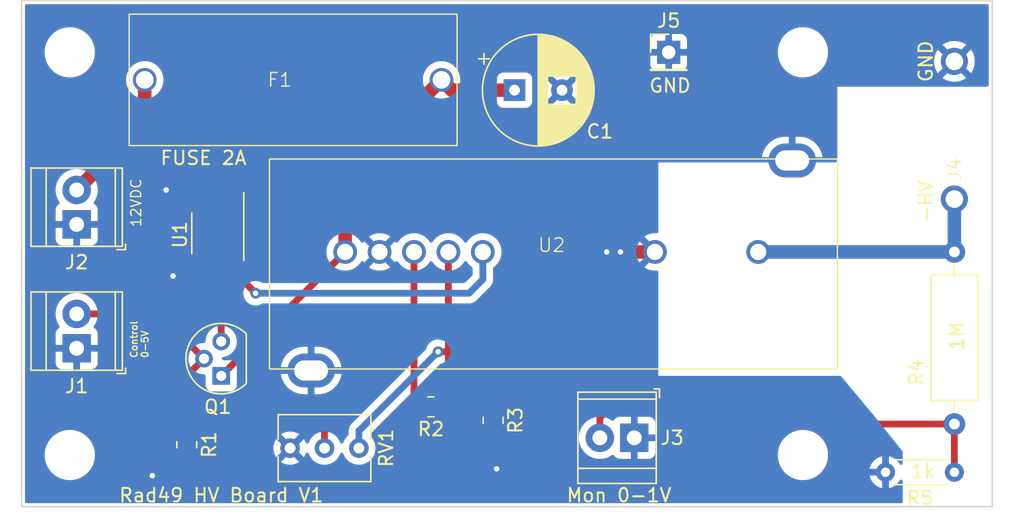
<source format=kicad_pcb>
(kicad_pcb (version 20221018) (generator pcbnew)

  (general
    (thickness 1.6)
  )

  (paper "A4")
  (layers
    (0 "F.Cu" signal)
    (31 "B.Cu" signal)
    (32 "B.Adhes" user "B.Adhesive")
    (33 "F.Adhes" user "F.Adhesive")
    (34 "B.Paste" user)
    (35 "F.Paste" user)
    (36 "B.SilkS" user "B.Silkscreen")
    (37 "F.SilkS" user "F.Silkscreen")
    (38 "B.Mask" user)
    (39 "F.Mask" user)
    (40 "Dwgs.User" user "User.Drawings")
    (41 "Cmts.User" user "User.Comments")
    (42 "Eco1.User" user "User.Eco1")
    (43 "Eco2.User" user "User.Eco2")
    (44 "Edge.Cuts" user)
    (45 "Margin" user)
    (46 "B.CrtYd" user "B.Courtyard")
    (47 "F.CrtYd" user "F.Courtyard")
    (48 "B.Fab" user)
    (49 "F.Fab" user)
    (50 "User.1" user)
    (51 "User.2" user)
    (52 "User.3" user)
    (53 "User.4" user)
    (54 "User.5" user)
    (55 "User.6" user)
    (56 "User.7" user)
    (57 "User.8" user)
    (58 "User.9" user)
  )

  (setup
    (pad_to_mask_clearance 0)
    (pcbplotparams
      (layerselection 0x00010fc_ffffffff)
      (plot_on_all_layers_selection 0x0000000_00000000)
      (disableapertmacros false)
      (usegerberextensions false)
      (usegerberattributes true)
      (usegerberadvancedattributes true)
      (creategerberjobfile true)
      (dashed_line_dash_ratio 12.000000)
      (dashed_line_gap_ratio 3.000000)
      (svgprecision 4)
      (plotframeref false)
      (viasonmask false)
      (mode 1)
      (useauxorigin false)
      (hpglpennumber 1)
      (hpglpenspeed 20)
      (hpglpendiameter 15.000000)
      (dxfpolygonmode true)
      (dxfimperialunits true)
      (dxfusepcbnewfont true)
      (psnegative false)
      (psa4output false)
      (plotreference true)
      (plotvalue true)
      (plotinvisibletext false)
      (sketchpadsonfab false)
      (subtractmaskfromsilk false)
      (outputformat 1)
      (mirror false)
      (drillshape 1)
      (scaleselection 1)
      (outputdirectory "")
    )
  )

  (net 0 "")
  (net 1 "Net-(Q1-C)")
  (net 2 "GND")
  (net 3 "Net-(J2-Pin_2)")
  (net 4 "Net-(J1-Pin_2)")
  (net 5 "Net-(J3-Pin_2)")
  (net 6 "Net-(Q1-E)")
  (net 7 "Net-(U2-Vref)")
  (net 8 "Net-(U2-Vcont)")
  (net 9 "Net-(J4-Pin_2)")
  (net 10 "Net-(U2-On{slash}Off)")

  (footprint "Resistor_SMD:R_0805_2012Metric_Pad1.20x1.40mm_HandSolder" (layer "F.Cu") (at 180.578 74.422 180))

  (footprint "HVPCBLib:HVSlot" (layer "F.Cu") (at 201.168 62.992 90))

  (footprint "HVPCBLib:HV_Out" (layer "F.Cu") (at 219.202 48.928 180))

  (footprint "HVPCBLib:HVSlot" (layer "F.Cu") (at 215.392 59.182 90))

  (footprint "Capacitor_THT:CP_Radial_D8.0mm_P3.50mm" (layer "F.Cu") (at 186.746 51.054))

  (footprint "HVPCBLib:Fuse Hldr Keystone" (layer "F.Cu") (at 170.406 50.292))

  (footprint "TerminalBlock_TE-Connectivity:TerminalBlock_TE_282834-2_1x02_P2.54mm_Horizontal" (layer "F.Cu") (at 154.432 70.104 90))

  (footprint "HVPCBLib:HVSlot" (layer "F.Cu") (at 202.692 58.674))

  (footprint "MountingHole:MountingHole_3.2mm_M3" (layer "F.Cu") (at 208.026 77.978))

  (footprint "Package_SO:MFSOP6-4_4.4x3.6mm_P1.27mm" (layer "F.Cu") (at 164.846 61.62 -90))

  (footprint "HVPCBLib:HVSlot" (layer "F.Cu") (at 219.202 65.786))

  (footprint "Resistor_SMD:R_0805_2012Metric_Pad1.20x1.40mm_HandSolder" (layer "F.Cu") (at 185.166 75.422 -90))

  (footprint "Resistor_THT:R_Axial_DIN0204_L3.6mm_D1.6mm_P5.08mm_Horizontal" (layer "F.Cu") (at 219.202 79.248 180))

  (footprint "MountingHole:MountingHole_3.2mm_M3" (layer "F.Cu") (at 208.026 48.26))

  (footprint "TerminalBlock_TE-Connectivity:TerminalBlock_TE_282834-2_1x02_P2.54mm_Horizontal" (layer "F.Cu") (at 154.432 60.96 90))

  (footprint "HVPCBLib:HVSlot" (layer "F.Cu") (at 219.202 55.372))

  (footprint "MountingHole:MountingHole_3.2mm_M3" (layer "F.Cu") (at 153.924 77.978))

  (footprint "HVPCBLib:HVSlot" (layer "F.Cu") (at 215.392 66.802 -90))

  (footprint "MountingHole:MountingHole_3.2mm_M3" (layer "F.Cu") (at 153.924 48.26))

  (footprint "Potentiometer_THT:Potentiometer_Vishay_T73XW_Horizontal" (layer "F.Cu") (at 175.26 77.47 -90))

  (footprint "HVPCBLib:TDK CHVM1R5" (layer "F.Cu") (at 189.484 62.992))

  (footprint "HVPCBLib:HVSlot" (layer "F.Cu") (at 206.248 65.786))

  (footprint "Package_TO_SOT_THT:TO-92" (layer "F.Cu") (at 165.1 72.136 90))

  (footprint "Connector_PinHeader_2.54mm:PinHeader_1x01_P2.54mm_Vertical" (layer "F.Cu") (at 198.12 48.26))

  (footprint "Resistor_SMD:R_0805_2012Metric_Pad1.20x1.40mm_HandSolder" (layer "F.Cu") (at 162.56 77.216 -90))

  (footprint "HVPCBLib:HVSlot" (layer "F.Cu") (at 202.692 67.564))

  (footprint "TerminalBlock_TE-Connectivity:TerminalBlock_TE_282834-2_1x02_P2.54mm_Horizontal" (layer "F.Cu") (at 195.58 76.708 180))

  (footprint "HVPCBLib:HVSlot" (layer "F.Cu") (at 214.884 54.864 45))

  (footprint "HVPCBLib:HVSlot" (layer "F.Cu") (at 206.248 60.198))

  (footprint "Resistor_THT:R_Axial_DIN0309_L9.0mm_D3.2mm_P12.70mm_Horizontal" (layer "F.Cu") (at 219.202 62.992 -90))

  (gr_rect (start 150.368 44.45) (end 221.996 81.788)
    (stroke (width 0.1) (type default)) (fill none) (layer "Edge.Cuts") (tstamp c5cc43b9-1acf-4da4-a408-fcff2c4a18c9))
  (gr_rect (start 153.924 48.26) (end 208.026 77.978)
    (stroke (width 0.15) (type default)) (fill none) (layer "User.1") (tstamp e56fb003-20ee-411e-b96f-5520fd19c3d2))
  (gr_text "FUSE 2A" (at 160.528 56.642) (layer "F.SilkS") (tstamp 0347923e-9058-4afd-b369-0d18c2d0b3cb)
    (effects (font (size 1 1) (thickness 0.15)) (justify left bottom))
  )
  (gr_text "Rad49 HV Board V1" (at 157.48 81.534) (layer "F.SilkS") (tstamp 4e99900b-1f80-4557-8bf7-c7f7cf4debfd)
    (effects (font (size 1 1) (thickness 0.15)) (justify left bottom))
  )
  (gr_text "12VDC" (at 159.258 61.214 90) (layer "F.SilkS") (tstamp 4f294cc4-c055-4fe3-96cb-ddcc3b8063e7)
    (effects (font (size 0.75 0.75) (thickness 0.1)) (justify left bottom))
  )
  (gr_text "Mon 0-1V" (at 190.5 81.534) (layer "F.SilkS") (tstamp 57b494ec-3b73-4d04-8caa-8f914c4578aa)
    (effects (font (size 1 1) (thickness 0.15)) (justify left bottom))
  )
  (gr_text "Control \n0-5V" (at 159.766 70.866 90) (layer "F.SilkS") (tstamp 6e0e342f-6e18-4e27-9812-74a758ce25b1)
    (effects (font (size 0.5 0.5) (thickness 0.1) bold) (justify left bottom))
  )
  (gr_text "GND" (at 196.596 51.308) (layer "F.SilkS") (tstamp 85230764-4811-4e29-b803-2717f974a1c9)
    (effects (font (size 1 1) (thickness 0.15)) (justify left bottom))
  )
  (gr_text "1M" (at 219.964 70.358 90) (layer "F.SilkS") (tstamp a0417353-b27b-4a6f-8b1a-8b0b99ca0ca6)
    (effects (font (size 1 1) (thickness 0.15)) (justify left bottom))
  )
  (gr_text "-HV" (at 217.678 60.96 90) (layer "F.SilkS") (tstamp aa11fd97-258c-4249-9c15-abdcd073b6fd)
    (effects (font (size 1 1) (thickness 0.15)) (justify left bottom))
  )
  (gr_text "GND" (at 217.678 50.546 90) (layer "F.SilkS") (tstamp bdfa2008-16b2-48a8-aca8-add7e28a2781)
    (effects (font (size 1 1) (thickness 0.15)) (justify left bottom))
  )
  (gr_text "1k" (at 215.9 79.756) (layer "F.SilkS") (tstamp edfe223f-b431-458d-8ab3-b7df02f469fd)
    (effects (font (size 1 1) (thickness 0.15)) (justify left bottom))
  )

  (segment (start 174.244 62.992) (end 174.244 57.404) (width 1) (layer "F.Cu") (net 1) (tstamp 55d2ff92-b879-4bc6-b005-e7e7311b1aea))
  (segment (start 174.244 57.404) (end 181.356 50.292) (width 1) (layer "F.Cu") (net 1) (tstamp 5e44e420-491b-45bc-ba22-a125be941114))
  (segment (start 182.118 51.054) (end 181.356 50.292) (width 1) (layer "F.Cu") (net 1) (tstamp 6e4830ab-0c65-4c87-a8e6-4edfc40b8813))
  (segment (start 165.1 72.136) (end 174.244 62.992) (width 0.5) (layer "F.Cu") (net 1) (tstamp b3ca0af9-01e0-4c0c-8b6b-9c4b33b93c5e))
  (segment (start 186.746 51.054) (end 182.118 51.054) (width 1) (layer "F.Cu") (net 1) (tstamp d709766a-f39d-4902-907e-5faf89761a0f))
  (segment (start 163.576 58.47) (end 161.086 58.47) (width 0.5) (layer "F.Cu") (net 2) (tstamp 10483a34-82a6-4b8c-a37a-0318cefcd755))
  (segment (start 161.086 58.47) (end 161.036 58.42) (width 0.5) (layer "F.Cu") (net 2) (tstamp 1fc43091-226f-4bd1-bf7e-0ce0b6a61513))
  (segment (start 185.42 76.676) (end 185.166 76.422) (width 0.5) (layer "F.Cu") (net 2) (tstamp 516bf62f-8b7f-44f5-8358-82121b06d720))
  (segment (start 197.104 62.992) (end 194.564 62.992) (width 1) (layer "F.Cu") (net 2) (tstamp 5a408973-cd96-4322-918c-6109330b7fb5))
  (segment (start 194.564 62.992) (end 193.548 62.992) (width 1) (layer "F.Cu") (net 2) (tstamp 94e31a66-1dc8-461b-b4af-7c5cfa74f628))
  (segment (start 160.02 79.502) (end 161.274 79.502) (width 0.5) (layer "F.Cu") (net 2) (tstamp a519de27-32af-4664-85a2-8a67e6b4b2de))
  (segment (start 161.274 79.502) (end 162.56 78.216) (width 0.5) (layer "F.Cu") (net 2) (tstamp b1547caa-6074-4b5b-8a2b-07f7cc425c8f))
  (segment (start 161.544 64.77) (end 163.576 64.77) (width 0.5) (layer "F.Cu") (net 2) (tstamp c0cc300c-124f-494f-a76b-8b08d450d324))
  (segment (start 185.42 78.994) (end 185.42 76.676) (width 0.5) (layer "F.Cu") (net 2) (tstamp c0deaf70-ee2c-435e-ae15-f3fc229bc09d))
  (via (at 185.42 78.994) (size 0.8) (drill 0.4) (layers "F.Cu" "B.Cu") (free) (net 2) (tstamp 3e436808-fb0c-49c0-9743-685bcd58ada4))
  (via (at 193.548 62.992) (size 0.8) (drill 0.4) (layers "F.Cu" "B.Cu") (net 2) (tstamp 73acb86e-1593-41c5-8198-8d4af1792075))
  (via (at 161.544 64.77) (size 0.8) (drill 0.4) (layers "F.Cu" "B.Cu") (free) (net 2) (tstamp 7f66086a-6135-4a6a-a963-11efb24d8caf))
  (via (at 194.564 62.992) (size 0.8) (drill 0.4) (layers "F.Cu" "B.Cu") (net 2) (tstamp 7f6aa0d8-b1b8-4dbb-898a-c1d330b358e7))
  (via (at 161.036 58.42) (size 0.8) (drill 0.4) (layers "F.Cu" "B.Cu") (free) (net 2) (tstamp b9222f83-e5a9-45ac-ae69-a2b846d9b177))
  (via (at 160.02 79.502) (size 0.8) (drill 0.4) (layers "F.Cu" "B.Cu") (net 2) (tstamp dbb65043-d7f0-4b65-826d-089f09848914))
  (segment (start 159.456 53.396) (end 159.456 50.292) (width 1) (layer "F.Cu") (net 3) (tstamp 6c22c2cf-9188-4950-bae5-7c1761462a3c))
  (segment (start 154.432 58.42) (end 159.456 53.396) (width 1) (layer "F.Cu") (net 3) (tstamp da164a85-708e-43dd-8025-d730aed0f7a3))
  (segment (start 154.432 67.564) (end 160.528 67.564) (width 0.5) (layer "F.Cu") (net 4) (tstamp 296591e4-63f6-4c8d-b665-b746937767fe))
  (segment (start 162.814 75.962) (end 162.56 76.216) (width 0.5) (layer "F.Cu") (net 4) (tstamp 2f4c03e5-9525-4d13-85ca-66fbc1aceff1))
  (segment (start 162.814 71.882) (end 162.814 75.962) (width 0.5) (layer "F.Cu") (net 4) (tstamp af2882ca-9c20-479c-bda6-2de894e03b72))
  (segment (start 163.83 70.866) (end 162.814 71.882) (width 0.5) (layer "F.Cu") (net 4) (tstamp ceb4a388-9782-4df2-bcad-34ed961d67d0))
  (segment (start 160.528 67.564) (end 163.83 70.866) (width 0.5) (layer "F.Cu") (net 4) (tstamp f46253df-cc9a-4950-8870-7241a2637a1f))
  (segment (start 193.04 75.223076) (end 193.04 76.708) (width 0.5) (layer "F.Cu") (net 5) (tstamp 0b304136-3116-49eb-9f8d-c83880c7936e))
  (segment (start 219.202 75.692) (end 219.202 79.248) (width 0.5) (layer "F.Cu") (net 5) (tstamp 4fbb49b4-c139-415c-b148-50abdcec2c58))
  (segment (start 209.804 73.914) (end 194.349076 73.914) (width 0.5) (layer "F.Cu") (net 5) (tstamp 711d8293-9889-4f66-bdcd-0ac3e4f2d470))
  (segment (start 219.202 75.692) (end 211.582 75.692) (width 0.5) (layer "F.Cu") (net 5) (tstamp 8d6aa654-0071-4d85-9912-b0443a1d0a9d))
  (segment (start 194.349076 73.914) (end 193.04 75.223076) (width 0.5) (layer "F.Cu") (net 5) (tstamp a9ba9746-9715-4310-bf68-a8dfe39c5b40))
  (segment (start 211.582 75.692) (end 209.804 73.914) (width 0.5) (layer "F.Cu") (net 5) (tstamp c3d1cec6-e6c3-4e7a-b9b4-598329db9ca8))
  (segment (start 165.1 69.596) (end 165.1 59.486) (width 0.5) (layer "F.Cu") (net 6) (tstamp 4d94c5fd-4f05-486a-85b2-ac246bef975a))
  (segment (start 165.1 59.486) (end 166.116 58.47) (width 0.5) (layer "F.Cu") (net 6) (tstamp 586b5e25-130c-4299-971d-92d7fdeff403))
  (segment (start 181.864 74.136) (end 181.864 70.358) (width 0.5) (layer "F.Cu") (net 7) (tstamp 00a097fa-bf84-4150-9a45-cc968bd6dbe1))
  (segment (start 181.578 74.422) (end 181.864 74.136) (width 0.5) (layer "F.Cu") (net 7) (tstamp 0f83491b-99b0-4e1e-807d-4fbf6472fe6d))
  (segment (start 181.102 70.358) (end 181.864 70.358) (width 0.5) (layer "F.Cu") (net 7) (tstamp 1a82a5e0-f3d9-40b6-92cb-ea1a716b812e))
  (segment (start 181.864 70.358) (end 181.864 62.992) (width 0.5) (layer "F.Cu") (net 7) (tstamp de00a0b7-8111-4829-bb4f-3ea315c1e4d2))
  (via (at 181.102 70.358) (size 0.8) (drill 0.4) (layers "F.Cu" "B.Cu") (net 7) (tstamp 97181c70-0e96-43a7-bac5-4cf153a3e769))
  (segment (start 175.26 77.47) (end 175.26 76.2) (width 0.5) (layer "B.Cu") (net 7) (tstamp 51d27701-0cd8-4b9d-b750-6003bea1ac14))
  (segment (start 175.26 76.2) (end 181.102 70.358) (width 0.5) (layer "B.Cu") (net 7) (tstamp a3d50f75-81dd-4a7e-b302-37f5064e65a4))
  (segment (start 177.8 71.12) (end 179.324 71.12) (width 0.5) (layer "F.Cu") (net 8) (tstamp 31d256b5-c0d4-4a91-9e06-e9980b4f3b19))
  (segment (start 185.166 74.422) (end 184.15 74.422) (width 0.5) (layer "F.Cu") (net 8) (tstamp 45a13b7c-03a4-420a-93a2-4908fb226b60))
  (segment (start 179.578 74.422) (end 179.324 74.168) (width 0.5) (layer "F.Cu") (net 8) (tstamp 47ebec2d-4b0e-46fc-9fce-954152ca2a36))
  (segment (start 172.72 76.2) (end 172.72 77.47) (width 0.5) (layer "F.Cu") (net 8) (tstamp 5060b650-055d-4759-8ae1-ef38d95d7e23))
  (segment (start 179.324 74.168) (end 179.324 71.12) (width 0.5) (layer "F.Cu") (net 8) (tstamp 51b805bc-1b7f-45a5-8b30-aa1867b5f540))
  (segment (start 180.086 75.946) (end 179.578 75.438) (width 0.5) (layer "F.Cu") (net 8) (tstamp 5308b0bf-3198-4d7d-84ca-8ef8c948dffc))
  (segment (start 177.8 71.12) (end 172.72 76.2) (width 0.5) (layer "F.Cu") (net 8) (tstamp 64ca2434-2bd3-4498-a444-cd27f102ccdc))
  (segment (start 179.324 71.12) (end 179.324 62.992) (width 0.5) (layer "F.Cu") (net 8) (tstamp 760a4827-afd8-464c-bd0e-fe391506ddcd))
  (segment (start 184.15 74.422) (end 182.626 75.946) (width 0.5) (layer "F.Cu") (net 8) (tstamp a290704f-a01b-4fba-8c8e-fe04d092df88))
  (segment (start 182.626 75.946) (end 180.086 75.946) (width 0.5) (layer "F.Cu") (net 8) (tstamp a2a3a7ef-8e11-416e-b5c8-c95dff41ecf2))
  (segment (start 179.578 75.438) (end 179.578 74.422) (width 0.5) (layer "F.Cu") (net 8) (tstamp e4a90219-3f3a-4b4b-8dfa-8bc36e2e0e02))
  (segment (start 204.724 62.992) (end 219.202 62.992) (width 1) (layer "B.Cu") (net 9) (tstamp da8ea157-894d-4243-8a81-24d55bedee8d))
  (segment (start 219.202 62.992) (end 219.202 58.928) (width 1) (layer "B.Cu") (net 9) (tstamp ee4a4338-4dc8-4133-961c-7c74483bdaad))
  (segment (start 166.37 64.77) (end 167.64 66.04) (width 0.5) (layer "F.Cu") (net 10) (tstamp 1256490f-36a7-4f28-bf2b-51feeecba650))
  (segment (start 166.116 64.77) (end 166.37 64.77) (width 0.5) (layer "F.Cu") (net 10) (tstamp 2372c564-2d63-47ca-b611-f95f175ad08e))
  (via (at 167.64 66.04) (size 0.8) (drill 0.4) (layers "F.Cu" "B.Cu") (net 10) (tstamp 6a86a26c-481b-4eb3-a881-58fd1e379fc8))
  (segment (start 184.404 65.024) (end 184.404 62.992) (width 0.5) (layer "B.Cu") (net 10) (tstamp 1ec404e4-6762-499b-b408-769824f9444b))
  (segment (start 183.388 66.04) (end 184.404 65.024) (width 0.5) (layer "B.Cu") (net 10) (tstamp 9600cde7-089a-46e4-90c9-975a2d29ca92))
  (segment (start 183.388 66.04) (end 169.926 66.04) (width 0.5) (layer "B.Cu") (net 10) (tstamp a9888365-c0f3-4511-886b-005e30094b41))
  (segment (start 169.926 66.04) (end 167.64 66.04) (width 0.5) (layer "B.Cu") (net 10) (tstamp aeeb6a54-b05f-4e94-a3dd-b9d215602572))

  (zone (net 2) (net_name "GND") (layer "B.Cu") (tstamp 866ca130-2a3b-4b8c-a3eb-cba15d5c8ecd) (hatch edge 0.5)
    (connect_pads (clearance 0.5))
    (min_thickness 0.25) (filled_areas_thickness no)
    (fill yes (thermal_gap 0.5) (thermal_bridge_width 0.5))
    (polygon
      (pts
        (xy 150.622 44.704)
        (xy 221.742 44.704)
        (xy 221.742 50.8)
        (xy 210.566 50.8)
        (xy 210.566 56.388)
        (xy 197.358 56.388)
        (xy 197.358 72.136)
        (xy 210.82 72.136)
        (xy 213.36 75.184)
        (xy 215.392 77.724)
        (xy 215.392 81.534)
        (xy 150.622 81.534)
      )
    )
    (filled_polygon
      (layer "B.Cu")
      (pts
        (xy 221.685039 44.723685)
        (xy 221.730794 44.776489)
        (xy 221.742 44.828)
        (xy 221.742 50.676)
        (xy 221.722315 50.743039)
        (xy 221.669511 50.788794)
        (xy 221.618 50.8)
        (xy 210.566 50.8)
        (xy 210.566 56.264)
        (xy 210.546315 56.331039)
        (xy 210.493511 56.376794)
        (xy 210.442 56.388)
        (xy 208.483447 56.388)
        (xy 208.478352 56.36079)
        (xy 208.48399 56.264)
        (xy 208.487828 56.198094)
        (xy 208.483186 56.171772)
        (xy 208.47715 56.137531)
        (xy 208.484895 56.068092)
        (xy 208.528952 56.013863)
        (xy 208.595333 55.992062)
        (xy 208.599266 55.992)
        (xy 209.466085 55.992)
        (xy 209.444909 55.851502)
        (xy 209.444907 55.851494)
        (xy 209.367595 55.600858)
        (xy 209.367594 55.600854)
        (xy 209.253795 55.36455)
        (xy 209.253793 55.364546)
        (xy 209.106041 55.147832)
        (xy 209.10604 55.14783)
        (xy 208.927648 54.95557)
        (xy 208.927639 54.955562)
        (xy 208.722573 54.792028)
        (xy 208.495426 54.660883)
        (xy 208.25127 54.565058)
        (xy 207.99555 54.506693)
        (xy 207.995546 54.506692)
        (xy 207.799485 54.492)
        (xy 207.484 54.492)
        (xy 207.484 55.368)
        (xy 207.464315 55.435039)
        (xy 207.411511 55.480794)
        (xy 207.36 55.492)
        (xy 207.108 55.492)
        (xy 207.040961 55.472315)
        (xy 206.995206 55.419511)
        (xy 206.984 55.368)
        (xy 206.984 54.492)
        (xy 206.668515 54.492)
        (xy 206.472453 54.506692)
        (xy 206.472449 54.506693)
        (xy 206.216729 54.565058)
        (xy 205.972573 54.660883)
        (xy 205.745426 54.792028)
        (xy 205.54036 54.955562)
        (xy 205.540351 54.95557)
        (xy 205.361959 55.14783)
        (xy 205.361958 55.147832)
        (xy 205.214206 55.364545)
        (xy 205.214201 55.364554)
        (xy 205.100404 55.600856)
        (xy 205.023092 55.851494)
        (xy 205.02309 55.851502)
        (xy 205.001914 55.992)
        (xy 205.865858 55.992)
        (xy 205.932897 56.011685)
        (xy 205.978652 56.064489)
        (xy 205.989648 56.12321)
        (xy 205.980171 56.285904)
        (xy 205.980172 56.285906)
        (xy 205.99085 56.346469)
        (xy 205.986218 56.388)
        (xy 197.358 56.388)
        (xy 197.358 61.493965)
        (xy 197.338315 61.561004)
        (xy 197.285511 61.606759)
        (xy 197.223188 61.61572)
        (xy 197.223047 61.617423)
        (xy 197.217942 61.617)
        (xy 196.990065 61.617)
        (xy 196.765298 61.654507)
        (xy 196.54978 61.728495)
        (xy 196.549769 61.7285)
        (xy 196.349373 61.836948)
        (xy 196.323016 61.857462)
        (xy 196.776144 62.31059)
        (xy 196.809629 62.371913)
        (xy 196.804645 62.441605)
        (xy 196.76395 62.496645)
        (xy 196.676075 62.564075)
        (xy 196.676074 62.564076)
        (xy 196.608645 62.65195)
        (xy 196.552216 62.693152)
        (xy 196.48247 62.697306)
        (xy 196.422589 62.664143)
        (xy 195.970874 62.212428)
        (xy 195.890578 62.335333)
        (xy 195.890577 62.335335)
        (xy 195.799045 62.544006)
        (xy 195.743105 62.764906)
        (xy 195.743103 62.764914)
        (xy 195.724288 62.991993)
        (xy 195.724288 62.992006)
        (xy 195.743103 63.219085)
        (xy 195.743105 63.219093)
        (xy 195.799045 63.439993)
        (xy 195.890577 63.648664)
        (xy 195.890579 63.648668)
        (xy 195.970874 63.77157)
        (xy 196.422589 63.319855)
        (xy 196.483912 63.28637)
        (xy 196.553603 63.291354)
        (xy 196.608645 63.332048)
        (xy 196.676075 63.419925)
        (xy 196.676076 63.419926)
        (xy 196.763948 63.487352)
        (xy 196.805151 63.54378)
        (xy 196.809306 63.613526)
        (xy 196.776143 63.673409)
        (xy 196.323015 64.126536)
        (xy 196.323016 64.126537)
        (xy 196.349366 64.147046)
        (xy 196.349372 64.14705)
        (xy 196.549769 64.255499)
        (xy 196.54978 64.255504)
        (xy 196.765298 64.329492)
        (xy 196.990065 64.367)
        (xy 197.217942 64.367)
        (xy 197.223047 64.366577)
        (xy 197.223238 64.368892)
        (xy 197.282952 64.376106)
        (xy 197.336775 64.420657)
        (xy 197.357968 64.487235)
        (xy 197.358 64.490034)
        (xy 197.358 72.136)
        (xy 210.761922 72.136)
        (xy 210.828961 72.155685)
        (xy 210.85718 72.180616)
        (xy 213.36 75.184)
        (xy 215.364828 77.690036)
        (xy 215.391336 77.75468)
        (xy 215.392 77.767496)
        (xy 215.392 78.579124)
        (xy 215.372315 78.646163)
        (xy 215.319511 78.691918)
        (xy 215.250353 78.701862)
        (xy 215.186797 78.672837)
        (xy 215.157001 78.634397)
        (xy 215.146633 78.613576)
        (xy 215.012608 78.436099)
        (xy 214.848261 78.286278)
        (xy 214.659179 78.169202)
        (xy 214.659177 78.169201)
        (xy 214.451799 78.088864)
        (xy 214.371999 78.073946)
        (xy 214.371999 78.790101)
        (xy 214.352314 78.857141)
        (xy 214.29951 78.902895)
        (xy 214.230352 78.912839)
        (xy 214.207736 78.907382)
        (xy 214.180407 78.898)
        (xy 214.180405 78.898)
        (xy 214.092995 78.898)
        (xy 214.092994 78.898)
        (xy 214.016408 78.910779)
        (xy 213.947043 78.902396)
        (xy 213.893222 78.857843)
        (xy 213.872031 78.791264)
        (xy 213.872 78.78847)
        (xy 213.872 78.073946)
        (xy 213.7922 78.088864)
        (xy 213.584822 78.169201)
        (xy 213.58482 78.169202)
        (xy 213.395738 78.286278)
        (xy 213.231391 78.436099)
        (xy 213.097368 78.613574)
        (xy 212.998239 78.81265)
        (xy 212.945505 78.998)
        (xy 213.659953 78.998)
        (xy 213.726992 79.017685)
        (xy 213.772747 79.070489)
        (xy 213.782691 79.139647)
        (xy 213.780158 79.152443)
        (xy 213.778017 79.160896)
        (xy 213.768371 79.277299)
        (xy 213.768371 79.277302)
        (xy 213.768372 79.277302)
        (xy 213.78301 79.335108)
        (xy 213.785151 79.34356)
        (xy 213.782525 79.413381)
        (xy 213.742569 79.470698)
        (xy 213.677968 79.497314)
        (xy 213.664945 79.498)
        (xy 212.945505 79.498)
        (xy 212.998239 79.683349)
        (xy 213.097368 79.882425)
        (xy 213.231391 80.0599)
        (xy 213.395738 80.209721)
        (xy 213.58482 80.326797)
        (xy 213.584822 80.326798)
        (xy 213.792195 80.407135)
        (xy 213.871999 80.422052)
        (xy 213.872 79.705898)
        (xy 213.891685 79.638859)
        (xy 213.944489 79.593104)
        (xy 214.013647 79.58316)
        (xy 214.036259 79.588615)
        (xy 214.063595 79.598)
        (xy 214.151004 79.598)
        (xy 214.151005 79.598)
        (xy 214.22759 79.58522)
        (xy 214.296955 79.593602)
        (xy 214.350777 79.638155)
        (xy 214.371968 79.704733)
        (xy 214.372 79.707529)
        (xy 214.372 80.422052)
        (xy 214.451804 80.407135)
        (xy 214.659177 80.326798)
        (xy 214.659179 80.326797)
        (xy 214.848261 80.209721)
        (xy 215.012608 80.0599)
        (xy 215.146633 79.882423)
        (xy 215.157 79.861604)
        (xy 215.204503 79.810366)
        (xy 215.272165 79.792945)
        (xy 215.338506 79.81487)
        (xy 215.382461 79.869182)
        (xy 215.392 79.916875)
        (xy 215.392 81.41)
        (xy 215.372315 81.477039)
        (xy 215.319511 81.522794)
        (xy 215.268 81.534)
        (xy 150.746 81.534)
        (xy 150.678961 81.514315)
        (xy 150.633206 81.461511)
        (xy 150.622 81.41)
        (xy 150.622 78.045763)
        (xy 152.069787 78.045763)
        (xy 152.099413 78.315013)
        (xy 152.099415 78.315024)
        (xy 152.167926 78.577082)
        (xy 152.167928 78.577088)
        (xy 152.27387 78.82639)
        (xy 152.384506 79.007673)
        (xy 152.414979 79.057605)
        (xy 152.414986 79.057615)
        (xy 152.588253 79.265819)
        (xy 152.588259 79.265824)
        (xy 152.665585 79.335108)
        (xy 152.789998 79.446582)
        (xy 153.01591 79.596044)
        (xy 153.261176 79.71102)
        (xy 153.261183 79.711022)
        (xy 153.261185 79.711023)
        (xy 153.520557 79.789057)
        (xy 153.520564 79.789058)
        (xy 153.520569 79.78906)
        (xy 153.788561 79.8285)
        (xy 153.788566 79.8285)
        (xy 153.991636 79.8285)
        (xy 154.043133 79.82473)
        (xy 154.194156 79.813677)
        (xy 154.306758 79.788593)
        (xy 154.458546 79.754782)
        (xy 154.458548 79.754781)
        (xy 154.458553 79.75478)
        (xy 154.711558 79.658014)
        (xy 154.947777 79.525441)
        (xy 155.162177 79.359888)
        (xy 155.350186 79.164881)
        (xy 155.507799 78.944579)
        (xy 155.581787 78.800669)
        (xy 155.631649 78.70369)
        (xy 155.631651 78.703684)
        (xy 155.631656 78.703675)
        (xy 155.719118 78.447305)
        (xy 155.768319 78.180933)
        (xy 155.778212 77.910235)
        (xy 155.748586 77.640982)
        (xy 155.703886 77.470002)
        (xy 168.95534 77.470002)
        (xy 168.973944 77.682654)
        (xy 168.973945 77.682662)
        (xy 169.029194 77.888853)
        (xy 169.029197 77.888859)
        (xy 169.119412 78.082328)
        (xy 169.119413 78.08233)
        (xy 169.158415 78.13803)
        (xy 169.158415 78.138031)
        (xy 169.64258 77.653866)
        (xy 169.703903 77.620381)
        (xy 169.773594 77.625365)
        (xy 169.829528 77.667236)
        (xy 169.840742 77.685246)
        (xy 169.852359 77.708045)
        (xy 169.852361 77.708047)
        (xy 169.852363 77.70805)
        (xy 169.941949 77.797636)
        (xy 169.941951 77.797637)
        (xy 169.941955 77.797641)
        (xy 169.964747 77.809254)
        (xy 170.015542 77.857228)
        (xy 170.032337 77.925049)
        (xy 170.009799 77.991184)
        (xy 169.996132 78.007419)
        (xy 169.511967 78.491583)
        (xy 169.56767 78.530586)
        (xy 169.76114 78.620802)
        (xy 169.761146 78.620805)
        (xy 169.967337 78.676054)
        (xy 169.967345 78.676055)
        (xy 170.179998 78.69466)
        (xy 170.180002 78.69466)
        (xy 170.392654 78.676055)
        (xy 170.392662 78.676054)
        (xy 170.598853 78.620805)
        (xy 170.598859 78.620802)
        (xy 170.79233 78.530586)
        (xy 170.792336 78.530582)
        (xy 170.848031 78.491584)
        (xy 170.363866 78.007419)
        (xy 170.330381 77.946096)
        (xy 170.335365 77.876404)
        (xy 170.377237 77.820471)
        (xy 170.395245 77.809258)
        (xy 170.418045 77.797641)
        (xy 170.507641 77.708045)
        (xy 170.519254 77.685252)
        (xy 170.567225 77.634458)
        (xy 170.635046 77.617661)
        (xy 170.701181 77.640197)
        (xy 170.717419 77.653866)
        (xy 171.201584 78.138031)
        (xy 171.240582 78.082336)
        (xy 171.240586 78.08233)
        (xy 171.330802 77.888859)
        (xy 171.332658 77.883764)
        (xy 171.334567 77.884458)
        (xy 171.366291 77.832362)
        (xy 171.429125 77.801806)
        (xy 171.498504 77.810071)
        (xy 171.552401 77.854533)
        (xy 171.565989 77.884256)
        (xy 171.56687 77.883936)
        (xy 171.568722 77.889022)
        (xy 171.568724 77.88903)
        (xy 171.58552 77.925049)
        (xy 171.658977 78.082578)
        (xy 171.658978 78.08258)
        (xy 171.658979 78.082581)
        (xy 171.68181 78.115187)
        (xy 171.781472 78.257521)
        (xy 171.932478 78.408527)
        (xy 171.932481 78.408529)
        (xy 172.107419 78.531021)
        (xy 172.107421 78.531022)
        (xy 172.10742 78.531022)
        (xy 172.171936 78.561106)
        (xy 172.30097 78.621276)
        (xy 172.507253 78.676549)
        (xy 172.659215 78.689844)
        (xy 172.719998 78.695162)
        (xy 172.72 78.695162)
        (xy 172.720002 78.695162)
        (xy 172.773186 78.690508)
        (xy 172.932747 78.676549)
        (xy 173.13903 78.621276)
        (xy 173.332581 78.531021)
        (xy 173.507519 78.408529)
        (xy 173.658529 78.257519)
        (xy 173.781021 78.082581)
        (xy 173.871276 77.88903)
        (xy 173.87128 77.889013)
        (xy 173.87313 77.883936)
        (xy 173.87527 77.884715)
        (xy 173.90651 77.833364)
        (xy 173.96933 77.802781)
        (xy 174.038713 77.811016)
        (xy 174.092629 77.855454)
        (xy 174.105833 77.884313)
        (xy 174.10687 77.883936)
        (xy 174.108722 77.889022)
        (xy 174.108724 77.88903)
        (xy 174.12552 77.925049)
        (xy 174.198977 78.082578)
        (xy 174.198978 78.08258)
        (xy 174.198979 78.082581)
        (xy 174.22181 78.115187)
        (xy 174.321472 78.257521)
        (xy 174.472478 78.408527)
        (xy 174.472481 78.408529)
        (xy 174.647419 78.531021)
        (xy 174.647421 78.531022)
        (xy 174.64742 78.531022)
        (xy 174.711936 78.561106)
        (xy 174.84097 78.621276)
        (xy 175.047253 78.676549)
        (xy 175.199215 78.689844)
        (xy 175.259998 78.695162)
        (xy 175.26 78.695162)
        (xy 175.260002 78.695162)
        (xy 175.313186 78.690508)
        (xy 175.472747 78.676549)
        (xy 175.67903 78.621276)
        (xy 175.872581 78.531021)
        (xy 176.047519 78.408529)
        (xy 176.198529 78.257519)
        (xy 176.321021 78.082581)
        (xy 176.411276 77.88903)
        (xy 176.466549 77.682747)
        (xy 176.485162 77.47)
        (xy 176.466549 77.257253)
        (xy 176.412539 77.055683)
        (xy 176.411278 77.050977)
        (xy 176.411277 77.050976)
        (xy 176.411276 77.05097)
        (xy 176.321021 76.857419)
        (xy 176.216397 76.708)
        (xy 191.484706 76.708)
        (xy 191.503853 76.951297)
        (xy 191.503853 76.9513)
        (xy 191.503854 76.951302)
        (xy 191.559324 77.182349)
        (xy 191.56083 77.188619)
        (xy 191.654222 77.414089)
        (xy 191.781737 77.622173)
        (xy 191.781738 77.622176)
        (xy 191.808804 77.653866)
        (xy 191.940241 77.807759)
        (xy 192.060225 77.910235)
        (xy 192.125823 77.966261)
        (xy 192.125826 77.966262)
        (xy 192.33391 78.093777)
        (xy 192.559381 78.187169)
        (xy 192.559378 78.187169)
        (xy 192.559384 78.18717)
        (xy 192.559388 78.187172)
        (xy 192.796698 78.244146)
        (xy 193.04 78.263294)
        (xy 193.283302 78.244146)
        (xy 193.520612 78.187172)
        (xy 193.746089 78.093777)
        (xy 193.931286 77.980287)
        (xy 193.99873 77.962043)
        (xy 194.065333 77.983159)
        (xy 194.095341 78.011704)
        (xy 194.172809 78.115187)
        (xy 194.172812 78.11519)
        (xy 194.287906 78.20135)
        (xy 194.287913 78.201354)
        (xy 194.42262 78.251596)
        (xy 194.422627 78.251598)
        (xy 194.482155 78.257999)
        (xy 194.482172 78.258)
        (xy 195.33 78.258)
        (xy 195.33 77.372652)
        (xy 195.349685 77.305613)
        (xy 195.402489 77.259858)
        (xy 195.471647 77.249914)
        (xy 195.487447 77.253248)
        (xy 195.504404 77.258)
        (xy 195.504406 77.258)
        (xy 195.617622 77.258)
        (xy 195.689116 77.248173)
        (xy 195.75821 77.258545)
        (xy 195.810729 77.304627)
        (xy 195.83 77.371018)
        (xy 195.83 78.258)
        (xy 196.677828 78.258)
        (xy 196.677844 78.257999)
        (xy 196.737372 78.251598)
        (xy 196.737379 78.251596)
        (xy 196.872086 78.201354)
        (xy 196.872093 78.20135)
        (xy 196.987187 78.11519)
        (xy 196.98719 78.115187)
        (xy 197.039161 78.045763)
        (xy 206.171787 78.045763)
        (xy 206.201413 78.315013)
        (xy 206.201415 78.315024)
        (xy 206.269926 78.577082)
        (xy 206.269928 78.577088)
        (xy 206.37587 78.82639)
        (xy 206.486506 79.007673)
        (xy 206.516979 79.057605)
        (xy 206.516986 79.057615)
        (xy 206.690253 79.265819)
        (xy 206.690259 79.265824)
        (xy 206.767585 79.335108)
        (xy 206.891998 79.446582)
        (xy 207.11791 79.596044)
        (xy 207.363176 79.71102)
        (xy 207.363183 79.711022)
        (xy 207.363185 79.711023)
        (xy 207.622557 79.789057)
        (xy 207.622564 79.789058)
        (xy 207.622569 79.78906)
        (xy 207.890561 79.8285)
        (xy 207.890566 79.8285)
        (xy 208.093636 79.8285)
        (xy 208.145133 79.82473)
        (xy 208.296156 79.813677)
        (xy 208.408758 79.788593)
        (xy 208.560546 79.754782)
        (xy 208.560548 79.754781)
        (xy 208.560553 79.75478)
        (xy 208.813558 79.658014)
        (xy 209.049777 79.525441)
        (xy 209.264177 79.359888)
        (xy 209.452186 79.164881)
        (xy 209.609799 78.944579)
        (xy 209.683787 78.800669)
        (xy 209.733649 78.70369)
        (xy 209.733651 78.703684)
        (xy 209.733656 78.703675)
        (xy 209.821118 78.447305)
        (xy 209.870319 78.180933)
        (xy 209.880212 77.910235)
        (xy 209.850586 77.640982)
        (xy 209.782072 77.378912)
        (xy 209.67613 77.12961)
        (xy 209.535018 76.89839)
        (xy 209.501128 76.857667)
        (xy 209.361746 76.69018)
        (xy 209.36174 76.690175)
        (xy 209.160002 76.509418)
        (xy 208.934092 76.359957)
        (xy 208.93409 76.359956)
        (xy 208.688824 76.24498)
        (xy 208.688819 76.244978)
        (xy 208.688814 76.244976)
        (xy 208.429442 76.166942)
        (xy 208.429428 76.166939)
        (xy 208.313791 76.149921)
        (xy 208.161439 76.1275)
        (xy 207.958369 76.1275)
        (xy 207.958364 76.1275)
        (xy 207.755844 76.142323)
        (xy 207.755831 76.142325)
        (xy 207.491453 76.201217)
        (xy 207.491446 76.20122)
        (xy 207.238439 76.297987)
        (xy 207.002226 76.430557)
        (xy 207.002224 76.430558)
        (xy 207.002223 76.430559)
        (xy 206.966376 76.458239)
        (xy 206.787822 76.596112)
        (xy 206.599822 76.791109)
        (xy 206.599816 76.791116)
        (xy 206.442202 77.011419)
        (xy 206.442199 77.011424)
        (xy 206.31835 77.252309)
        (xy 206.318343 77.252327)
        (xy 206.230884 77.508685)
        (xy 206.230882 77.508695)
        (xy 206.18308 77.767496)
        (xy 206.181681 77.775068)
        (xy 206.18168 77.775075)
        (xy 206.171787 78.045763)
        (xy 197.039161 78.045763)
        (xy 197.07335 78.000093)
        (xy 197.073354 78.000086)
        (xy 197.123596 77.865379)
        (xy 197.123598 77.865372)
        (xy 197.129999 77.805844)
        (xy 197.13 77.805827)
        (xy 197.13 76.958)
        (xy 196.246956 76.958)
        (xy 196.179917 76.938315)
        (xy 196.134162 76.885511)
        (xy 196.123245 76.825537)
        (xy 196.123559 76.820953)
        (xy 196.133877 76.670114)
        (xy 196.120809 76.607227)
        (xy 196.126443 76.537586)
        (xy 196.168834 76.482045)
        (xy 196.234523 76.458239)
        (xy 196.242216 76.458)
        (xy 197.13 76.458)
        (xy 197.13 75.610172)
        (xy 197.129999 75.610155)
        (xy 197.123598 75.550627)
        (xy 197.123596 75.55062)
        (xy 197.073354 75.415913)
        (xy 197.07335 75.415906)
        (xy 196.98719 75.300812)
        (xy 196.987187 75.300809)
        (xy 196.872093 75.214649)
        (xy 196.872086 75.214645)
        (xy 196.737379 75.164403)
        (xy 196.737372 75.164401)
        (xy 196.677844 75.158)
        (xy 195.83 75.158)
        (xy 195.83 76.043347)
        (xy 195.810315 76.110386)
        (xy 195.757511 76.156141)
        (xy 195.688353 76.166085)
        (xy 195.672547 76.162749)
        (xy 195.655598 76.158)
        (xy 195.655596 76.158)
        (xy 195.542378 76.158)
        (xy 195.542376 76.158)
        (xy 195.470884 76.167826)
        (xy 195.401789 76.157453)
        (xy 195.34927 76.111371)
        (xy 195.33 76.044981)
        (xy 195.33 75.158)
        (xy 194.482155 75.158)
        (xy 194.422627 75.164401)
        (xy 194.42262 75.164403)
        (xy 194.287913 75.214645)
        (xy 194.287906 75.214649)
        (xy 194.172812 75.300809)
        (xy 194.095341 75.404296)
        (xy 194.039407 75.446166)
        (xy 193.969715 75.45115)
        (xy 193.931285 75.435711)
        (xy 193.746089 75.322222)
        (xy 193.520618 75.22883)
        (xy 193.520621 75.22883)
        (xy 193.414992 75.20347)
        (xy 193.283302 75.171854)
        (xy 193.2833 75.171853)
        (xy 193.283297 75.171853)
        (xy 193.04 75.152706)
        (xy 192.796702 75.171853)
        (xy 192.55938 75.22883)
        (xy 192.33391 75.322222)
        (xy 192.125826 75.449737)
        (xy 192.125823 75.449738)
        (xy 191.940241 75.608241)
        (xy 191.781738 75.793823)
        (xy 191.781737 75.793826)
        (xy 191.654222 76.00191)
        (xy 191.56083 76.22738)
        (xy 191.560828 76.227387)
        (xy 191.560828 76.227388)
        (xy 191.522845 76.385594)
        (xy 191.503853 76.464702)
        (xy 191.484706 76.708)
        (xy 176.216397 76.708)
        (xy 176.198529 76.682481)
        (xy 176.198527 76.682478)
        (xy 176.106388 76.590339)
        (xy 176.072903 76.529016)
        (xy 176.077887 76.459324)
        (xy 176.106384 76.414982)
        (xy 181.25477 71.266595)
        (xy 181.316091 71.233112)
        (xy 181.316427 71.233039)
        (xy 181.381803 71.219144)
        (xy 181.55473 71.142151)
        (xy 181.707871 71.030888)
        (xy 181.834533 70.890216)
        (xy 181.929179 70.726284)
        (xy 181.987674 70.546256)
        (xy 182.00746 70.358)
        (xy 181.987674 70.169744)
        (xy 181.929921 69.992)
        (xy 181.929181 69.989722)
        (xy 181.92918 69.989719)
        (xy 181.929179 69.989716)
        (xy 181.834533 69.825784)
        (xy 181.707871 69.685112)
        (xy 181.69426 69.675223)
        (xy 181.554734 69.573851)
        (xy 181.554729 69.573848)
        (xy 181.381807 69.496857)
        (xy 181.381802 69.496855)
        (xy 181.236001 69.465865)
        (xy 181.196646 69.4575)
        (xy 181.007354 69.4575)
        (xy 180.974897 69.464398)
        (xy 180.822197 69.496855)
        (xy 180.822192 69.496857)
        (xy 180.64927 69.573848)
        (xy 180.649265 69.573851)
        (xy 180.496129 69.685111)
        (xy 180.369466 69.825785)
        (xy 180.274821 69.989715)
        (xy 180.274819 69.989719)
        (xy 180.219478 70.160041)
        (xy 180.189228 70.209403)
        (xy 174.774358 75.624272)
        (xy 174.760729 75.636051)
        (xy 174.741468 75.65039)
        (xy 174.707898 75.690397)
        (xy 174.704253 75.694376)
        (xy 174.698409 75.700222)
        (xy 174.678059 75.725959)
        (xy 174.628695 75.784789)
        (xy 174.624729 75.790819)
        (xy 174.624682 75.790788)
        (xy 174.62063 75.797147)
        (xy 174.620679 75.797177)
        (xy 174.616889 75.803321)
        (xy 174.584424 75.872941)
        (xy 174.54996 75.941566)
        (xy 174.547488 75.948357)
        (xy 174.547432 75.948336)
        (xy 174.54496 75.95545)
        (xy 174.545015 75.955469)
        (xy 174.542742 75.962327)
        (xy 174.534975 75.999946)
        (xy 174.527207 76.037565)
        (xy 174.514001 76.093284)
        (xy 174.509498 76.112286)
        (xy 174.508661 76.119454)
        (xy 174.508601 76.119447)
        (xy 174.507835 76.126945)
        (xy 174.507895 76.126951)
        (xy 174.507265 76.13414)
        (xy 174.5095 76.210916)
        (xy 174.5095 76.443089)
        (xy 174.489815 76.510128)
        (xy 174.473181 76.53077)
        (xy 174.321472 76.682478)
        (xy 174.198977 76.857421)
        (xy 174.108725 77.050968)
        (xy 174.10687 77.056064)
        (xy 174.104766 77.055298)
        (xy 174.07334 77.10677)
        (xy 174.010469 77.137252)
        (xy 173.9411 77.128904)
        (xy 173.887256 77.084378)
        (xy 173.874176 77.055683)
        (xy 173.87313 77.056064)
        (xy 173.871279 77.050983)
        (xy 173.871276 77.05097)
        (xy 173.781021 76.857419)
        (xy 173.658529 76.682481)
        (xy 173.658527 76.682478)
        (xy 173.507521 76.531472)
        (xy 173.332578 76.408977)
        (xy 173.332579 76.408977)
        (xy 173.161208 76.329066)
        (xy 173.13903 76.318724)
        (xy 173.139026 76.318723)
        (xy 173.139022 76.318721)
        (xy 172.932752 76.263452)
        (xy 172.932748 76.263451)
        (xy 172.932747 76.263451)
        (xy 172.932746 76.26345)
        (xy 172.932741 76.26345)
        (xy 172.720002 76.244838)
        (xy 172.719998 76.244838)
        (xy 172.507258 76.26345)
        (xy 172.507247 76.263452)
        (xy 172.300977 76.318721)
        (xy 172.300968 76.318725)
        (xy 172.107421 76.408977)
        (xy 171.932478 76.531472)
        (xy 171.781472 76.682478)
        (xy 171.658977 76.857421)
        (xy 171.568725 77.050968)
        (xy 171.56687 77.056064)
        (xy 171.565031 77.055394)
        (xy 171.533104 77.107715)
        (xy 171.470242 77.138212)
        (xy 171.40087 77.129883)
        (xy 171.347015 77.085371)
        (xy 171.333571 77.055903)
        (xy 171.332658 77.056236)
        (xy 171.330802 77.05114)
        (xy 171.240586 76.85767)
        (xy 171.201583 76.801967)
        (xy 170.717419 77.286132)
        (xy 170.656096 77.319617)
        (xy 170.586404 77.314633)
        (xy 170.530471 77.272761)
        (xy 170.519256 77.254751)
        (xy 170.507641 77.231955)
        (xy 170.507637 77.231951)
        (xy 170.507636 77.231949)
        (xy 170.41805 77.142363)
        (xy 170.418047 77.142361)
        (xy 170.418045 77.142359)
        (xy 170.39525 77.130744)
        (xy 170.344456 77.082771)
        (xy 170.327661 77.01495)
        (xy 170.350198 76.948815)
        (xy 170.363866 76.93258)
        (xy 170.848031 76.448415)
        (xy 170.79233 76.409413)
        (xy 170.792328 76.409412)
        (xy 170.598859 76.319197)
        (xy 170.598853 76.319194)
        (xy 170.392662 76.263945)
        (xy 170.392654 76.263944)
        (xy 170.180002 76.24534)
        (xy 170.179998 76.24534)
        (xy 169.967345 76.263944)
        (xy 169.967337 76.263945)
        (xy 169.761146 76.319194)
        (xy 169.76114 76.319197)
        (xy 169.567667 76.409414)
        (xy 169.511967 76.448414)
        (xy 169.996133 76.93258)
        (xy 170.029618 76.993903)
        (xy 170.024634 77.063595)
        (xy 169.982762 77.119528)
        (xy 169.964748 77.130745)
        (xy 169.941956 77.142358)
        (xy 169.941949 77.142363)
        (xy 169.852363 77.231949)
        (xy 169.852358 77.231956)
        (xy 169.840745 77.254748)
        (xy 169.79277 77.305544)
        (xy 169.724949 77.322338)
        (xy 169.658814 77.2998)
        (xy 169.64258 77.286133)
        (xy 169.158414 76.801967)
        (xy 169.119414 76.857667)
        (xy 169.029197 77.05114)
        (xy 169.029194 77.051146)
        (xy 168.973945 77.257337)
        (xy 168.973944 77.257345)
        (xy 168.95534 77.469997)
        (xy 168.95534 77.470002)
        (xy 155.703886 77.470002)
        (xy 155.680072 77.378912)
        (xy 155.57413 77.12961)
        (xy 155.433018 76.89839)
        (xy 155.399128 76.857667)
        (xy 155.259746 76.69018)
        (xy 155.25974 76.690175)
        (xy 155.058002 76.509418)
        (xy 154.832092 76.359957)
        (xy 154.83209 76.359956)
        (xy 154.586824 76.24498)
        (xy 154.586819 76.244978)
        (xy 154.586814 76.244976)
        (xy 154.327442 76.166942)
        (xy 154.327428 76.166939)
        (xy 154.211791 76.149921)
        (xy 154.059439 76.1275)
        (xy 153.856369 76.1275)
        (xy 153.856364 76.1275)
        (xy 153.653844 76.142323)
        (xy 153.653831 76.142325)
        (xy 153.389453 76.201217)
        (xy 153.389446 76.20122)
        (xy 153.136439 76.297987)
        (xy 152.900226 76.430557)
        (xy 152.900224 76.430558)
        (xy 152.900223 76.430559)
        (xy 152.864376 76.458239)
        (xy 152.685822 76.596112)
        (xy 152.497822 76.791109)
        (xy 152.497816 76.791116)
        (xy 152.340202 77.011419)
        (xy 152.340199 77.011424)
        (xy 152.21635 77.252309)
        (xy 152.216343 77.252327)
        (xy 152.128884 77.508685)
        (xy 152.128882 77.508695)
        (xy 152.08108 77.767496)
        (xy 152.079681 77.775068)
        (xy 152.07968 77.775075)
        (xy 152.069787 78.045763)
        (xy 150.622 78.045763)
        (xy 150.622 67.564)
        (xy 152.876706 67.564)
        (xy 152.895853 67.807297)
        (xy 152.95283 68.044619)
        (xy 153.046222 68.270089)
        (xy 153.159711 68.455285)
        (xy 153.177956 68.522731)
        (xy 153.15684 68.589333)
        (xy 153.128296 68.619341)
        (xy 153.024809 68.696812)
        (xy 152.938649 68.811906)
        (xy 152.938645 68.811913)
        (xy 152.888403 68.94662)
        (xy 152.888401 68.946627)
        (xy 152.882 69.006155)
        (xy 152.882 69.854)
        (xy 153.765044 69.854)
        (xy 153.832083 69.873685)
        (xy 153.877838 69.926489)
        (xy 153.888755 69.986463)
        (xy 153.888441 69.991045)
        (xy 153.888441 69.991047)
        (xy 153.878123 70.141886)
        (xy 153.886829 70.183782)
        (xy 153.891191 70.204772)
        (xy 153.885557 70.274414)
        (xy 153.843166 70.329955)
        (xy 153.777477 70.353761)
        (xy 153.769784 70.354)
        (xy 152.882 70.354)
        (xy 152.882 71.201844)
        (xy 152.888401 71.261372)
        (xy 152.888403 71.261379)
        (xy 152.938645 71.396086)
        (xy 152.938649 71.396093)
        (xy 153.024809 71.511187)
        (xy 153.024812 71.51119)
        (xy 153.139906 71.59735)
        (xy 153.139913 71.597354)
        (xy 153.27462 71.647596)
        (xy 153.274627 71.647598)
        (xy 153.334155 71.653999)
        (xy 153.334172 71.654)
        (xy 154.182 71.654)
        (xy 154.182 70.768652)
        (xy 154.201685 70.701613)
        (xy 154.254489 70.655858)
        (xy 154.323647 70.645914)
        (xy 154.339447 70.649248)
        (xy 154.356404 70.654)
        (xy 154.356406 70.654)
        (xy 154.469622 70.654)
        (xy 154.541116 70.644173)
        (xy 154.61021 70.654545)
        (xy 154.662729 70.700627)
        (xy 154.682 70.767018)
        (xy 154.682 71.654)
        (xy 155.529828 71.654)
        (xy 155.529844 71.653999)
        (xy 155.589372 71.647598)
        (xy 155.589379 71.647596)
        (xy 155.724086 71.597354)
        (xy 155.724093 71.59735)
        (xy 155.839187 71.51119)
        (xy 155.83919 71.511187)
        (xy 155.92535 71.396093)
        (xy 155.925354 71.396086)
        (xy 155.975596 71.261379)
        (xy 155.975598 71.261372)
        (xy 155.981999 71.201844)
        (xy 155.982 71.201827)
        (xy 155.982 70.866)
        (xy 162.674571 70.866)
        (xy 162.694244 71.07831)
        (xy 162.741293 71.243669)
        (xy 162.752596 71.283392)
        (xy 162.752596 71.283394)
        (xy 162.847632 71.474253)
        (xy 162.970935 71.637531)
        (xy 162.976128 71.644407)
        (xy 163.133698 71.788052)
        (xy 163.314981 71.900298)
        (xy 163.513802 71.977321)
        (xy 163.72339 72.0165)
        (xy 163.723392 72.0165)
        (xy 163.8255 72.0165)
        (xy 163.892539 72.036185)
        (xy 163.938294 72.088989)
        (xy 163.9495 72.1405)
        (xy 163.9495 72.83387)
        (xy 163.949501 72.833876)
        (xy 163.955908 72.893483)
        (xy 164.006202 73.028328)
        (xy 164.006206 73.028335)
        (xy 164.092452 73.143544)
        (xy 164.092455 73.143547)
        (xy 164.207664 73.229793)
        (xy 164.207671 73.229797)
        (xy 164.342517 73.280091)
        (xy 164.342516 73.280091)
        (xy 164.349444 73.280835)
        (xy 164.402127 73.2865)
        (xy 165.797872 73.286499)
        (xy 165.857483 73.280091)
        (xy 165.992331 73.229796)
        (xy 166.107546 73.143546)
        (xy 166.193796 73.028331)
        (xy 166.244091 72.893483)
        (xy 166.2505 72.833873)
        (xy 166.250499 71.492)
        (xy 169.501914 71.492)
        (xy 170.365858 71.492)
        (xy 170.432897 71.511685)
        (xy 170.478652 71.564489)
        (xy 170.489647 71.623208)
        (xy 170.487854 71.654)
        (xy 170.480171 71.785904)
        (xy 170.480172 71.785906)
        (xy 170.49085 71.846469)
        (xy 170.483105 71.915908)
        (xy 170.439048 71.970137)
        (xy 170.372667 71.991938)
        (xy 170.368734 71.992)
        (xy 169.501915 71.992)
        (xy 169.52309 72.132497)
        (xy 169.523092 72.132505)
        (xy 169.600404 72.383141)
        (xy 169.600405 72.383145)
        (xy 169.714204 72.619449)
        (xy 169.714206 72.619453)
        (xy 169.861958 72.836167)
        (xy 169.861959 72.836169)
        (xy 170.040351 73.028429)
        (xy 170.04036 73.028437)
        (xy 170.245426 73.191971)
        (xy 170.472573 73.323116)
        (xy 170.716729 73.418941)
        (xy 170.972449 73.477306)
        (xy 170.972453 73.477307)
        (xy 171.168515 73.492)
        (xy 171.484 73.492)
        (xy 171.484 72.616)
        (xy 171.503685 72.548961)
        (xy 171.556489 72.503206)
        (xy 171.608 72.492)
        (xy 171.86 72.492)
        (xy 171.927039 72.511685)
        (xy 171.972794 72.564489)
        (xy 171.984 72.616)
        (xy 171.984 73.492)
        (xy 172.299485 73.492)
        (xy 172.495546 73.477307)
        (xy 172.49555 73.477306)
        (xy 172.75127 73.418941)
        (xy 172.995426 73.323116)
        (xy 173.222573 73.191971)
        (xy 173.427639 73.028437)
        (xy 173.427648 73.028429)
        (xy 173.60604 72.836169)
        (xy 173.606041 72.836167)
        (xy 173.753793 72.619454)
        (xy 173.753798 72.619445)
        (xy 173.867595 72.383143)
        (xy 173.944907 72.132505)
        (xy 173.944909 72.132497)
        (xy 173.966085 71.992)
        (xy 173.102142 71.992)
        (xy 173.035103 71.972315)
        (xy 172.989348 71.919511)
        (xy 172.978352 71.86079)
        (xy 172.987828 71.698094)
        (xy 172.987827 71.698091)
        (xy 172.97715 71.637531)
        (xy 172.984895 71.568092)
        (xy 173.028952 71.513863)
        (xy 173.095333 71.492062)
        (xy 173.099266 71.492)
        (xy 173.966085 71.492)
        (xy 173.944909 71.351502)
        (xy 173.944907 71.351494)
        (xy 173.867595 71.100858)
        (xy 173.867594 71.100854)
        (xy 173.753795 70.86455)
        (xy 173.753793 70.864546)
        (xy 173.606041 70.647832)
        (xy 173.60604 70.64783)
        (xy 173.427648 70.45557)
        (xy 173.427639 70.455562)
        (xy 173.222573 70.292028)
        (xy 172.995426 70.160883)
        (xy 172.75127 70.065058)
        (xy 172.49555 70.006693)
        (xy 172.495546 70.006692)
        (xy 172.299485 69.992)
        (xy 171.984 69.992)
        (xy 171.984 70.868)
        (xy 171.964315 70.935039)
        (xy 171.911511 70.980794)
        (xy 171.86 70.992)
        (xy 171.608 70.992)
        (xy 171.540961 70.972315)
        (xy 171.495206 70.919511)
        (xy 171.484 70.868)
        (xy 171.484 69.992)
        (xy 171.168515 69.992)
        (xy 170.972453 70.006692)
        (xy 170.972449 70.006693)
        (xy 170.716729 70.065058)
        (xy 170.472573 70.160883)
        (xy 170.245426 70.292028)
        (xy 170.04036 70.455562)
        (xy 170.040351 70.45557)
        (xy 169.861959 70.64783)
        (xy 169.861958 70.647832)
        (xy 169.714206 70.864545)
        (xy 169.714201 70.864554)
        (xy 169.600404 71.100856)
        (xy 169.523092 71.351494)
        (xy 169.52309 71.351502)
        (xy 169.501914 71.492)
        (xy 166.250499 71.492)
        (xy 166.250499 71.438128)
        (xy 166.244091 71.378517)
        (xy 166.238843 71.364447)
        (xy 166.193797 71.243671)
        (xy 166.193793 71.243664)
        (xy 166.107547 71.128455)
        (xy 166.107544 71.128452)
        (xy 165.992335 71.042206)
        (xy 165.992328 71.042202)
        (xy 165.857482 70.991908)
        (xy 165.857483 70.991908)
        (xy 165.797883 70.985501)
        (xy 165.797881 70.9855)
        (xy 165.797873 70.9855)
        (xy 165.797865 70.9855)
        (xy 165.266245 70.9855)
        (xy 165.199206 70.965815)
        (xy 165.153451 70.913011)
        (xy 165.143507 70.843853)
        (xy 165.172532 70.780297)
        (xy 165.23131 70.742523)
        (xy 165.24345 70.739613)
        (xy 165.416198 70.707321)
        (xy 165.615019 70.630298)
        (xy 165.796302 70.518052)
        (xy 165.953872 70.374407)
        (xy 166.082366 70.204255)
        (xy 166.099552 70.16974)
        (xy 166.177403 70.013394)
        (xy 166.177403 70.013393)
        (xy 166.177405 70.013389)
        (xy 166.235756 69.80831)
        (xy 166.255429 69.596)
        (xy 166.235756 69.38369)
        (xy 166.177405 69.178611)
        (xy 166.177403 69.178606)
        (xy 166.177403 69.178605)
        (xy 166.082367 68.987746)
        (xy 165.953872 68.817593)
        (xy 165.821382 68.696812)
        (xy 165.796302 68.673948)
        (xy 165.615019 68.561702)
        (xy 165.615017 68.561701)
        (xy 165.439525 68.493716)
        (xy 165.416198 68.484679)
        (xy 165.20661 68.4455)
        (xy 164.99339 68.4455)
        (xy 164.783802 68.484679)
        (xy 164.783799 68.484679)
        (xy 164.783799 68.48468)
        (xy 164.584982 68.561701)
        (xy 164.58498 68.561702)
        (xy 164.403699 68.673947)
        (xy 164.246127 68.817593)
        (xy 164.117632 68.987746)
        (xy 164.022596 69.178605)
        (xy 164.022596 69.178607)
        (xy 163.964244 69.383689)
        (xy 163.944042 69.601708)
        (xy 163.941638 69.601485)
        (xy 163.924886 69.658539)
        (xy 163.872082 69.704294)
        (xy 163.820571 69.7155)
        (xy 163.72339 69.7155)
        (xy 163.513802 69.754679)
        (xy 163.513799 69.754679)
        (xy 163.513799 69.75468)
        (xy 163.314982 69.831701)
        (xy 163.31498 69.831702)
        (xy 163.133699 69.943947)
        (xy 162.976127 70.087593)
        (xy 162.847632 70.257746)
        (xy 162.752596 70.448605)
        (xy 162.752596 70.448607)
        (xy 162.694244 70.653689)
        (xy 162.686013 70.742523)
        (xy 162.674571 70.866)
        (xy 155.982 70.866)
        (xy 155.982 70.354)
        (xy 155.098956 70.354)
        (xy 155.031917 70.334315)
        (xy 154.986162 70.281511)
        (xy 154.975245 70.221537)
        (xy 154.976392 70.204772)
        (xy 154.985877 70.066114)
        (xy 154.972809 70.003227)
        (xy 154.978443 69.933586)
        (xy 155.020834 69.878045)
        (xy 155.086523 69.854239)
        (xy 155.094216 69.854)
        (xy 155.982 69.854)
        (xy 155.982 69.006172)
        (xy 155.981999 69.006155)
        (xy 155.975598 68.946627)
        (xy 155.975596 68.94662)
        (xy 155.925354 68.811913)
        (xy 155.92535 68.811906)
        (xy 155.83919 68.696812)
        (xy 155.839187 68.696809)
        (xy 155.735704 68.619341)
        (xy 155.693833 68.563407)
        (xy 155.688849 68.493716)
        (xy 155.704288 68.455285)
        (xy 155.710285 68.4455)
        (xy 155.817777 68.270089)
        (xy 155.911172 68.044612)
        (xy 155.968146 67.807302)
        (xy 155.987294 67.564)
        (xy 155.968146 67.320698)
        (xy 155.911172 67.083388)
        (xy 155.911169 67.08338)
        (xy 155.817777 66.85791)
        (xy 155.690262 66.649826)
        (xy 155.690261 66.649823)
        (xy 155.616092 66.562983)
        (xy 155.531759 66.464241)
        (xy 155.409063 66.359449)
        (xy 155.346176 66.305738)
        (xy 155.346173 66.305737)
        (xy 155.138089 66.178222)
        (xy 154.912618 66.08483)
        (xy 154.912621 66.08483)
        (xy 154.806992 66.05947)
        (xy 154.725894 66.04)
        (xy 166.73454 66.04)
        (xy 166.754326 66.228256)
        (xy 166.754327 66.228259)
        (xy 166.812818 66.408277)
        (xy 166.812821 66.408284)
        (xy 166.907467 66.572216)
        (xy 166.957945 66.628277)
        (xy 167.034129 66.712888)
        (xy 167.187265 66.824148)
        (xy 167.18727 66.824151)
        (xy 167.360192 66.901142)
        (xy 167.360197 66.901144)
        (xy 167.545354 66.9405)
        (xy 167.545355 66.9405)
        (xy 167.734644 66.9405)
        (xy 167.734646 66.9405)
        (xy 167.919803 66.901144)
        (xy 168.09273 66.824151)
        (xy 168.094776 66.822664)
        (xy 168.106452 66.814182)
        (xy 168.172258 66.790702)
        (xy 168.179337 66.7905)
        (xy 169.838279 66.7905)
        (xy 183.324295 66.7905)
        (xy 183.342265 66.791809)
        (xy 183.366023 66.795289)
        (xy 183.418068 66.790735)
        (xy 183.42347 66.7905)
        (xy 183.431704 66.7905)
        (xy 183.431709 66.7905)
        (xy 183.443327 66.789141)
        (xy 183.464276 66.786693)
        (xy 183.477028 66.785577)
        (xy 183.540797 66.779999)
        (xy 183.540805 66.779996)
        (xy 183.547866 66.778539)
        (xy 183.547878 66.778598)
        (xy 183.555243 66.776965)
        (xy 183.555229 66.776906)
        (xy 183.562246 66.775241)
        (xy 183.562255 66.775241)
        (xy 183.634423 66.748974)
        (xy 183.707334 66.724814)
        (xy 183.707343 66.724807)
        (xy 183.713882 66.72176)
        (xy 183.713908 66.721816)
        (xy 183.72069 66.718532)
        (xy 183.720663 66.718478)
        (xy 183.727106 66.71524)
        (xy 183.727117 66.715237)
        (xy 183.791283 66.673034)
        (xy 183.856656 66.632712)
        (xy 183.856662 66.632705)
        (xy 183.862325 66.628229)
        (xy 183.862363 66.628277)
        (xy 183.8682 66.623522)
        (xy 183.868161 66.623475)
        (xy 183.873696 66.61883)
        (xy 183.926385 66.562983)
        (xy 184.637627 65.85174)
        (xy 184.889642 65.599724)
        (xy 184.903271 65.587947)
        (xy 184.92253 65.57361)
        (xy 184.956101 65.533601)
        (xy 184.959761 65.529606)
        (xy 184.96559 65.523778)
        (xy 184.985941 65.498039)
        (xy 184.991948 65.490879)
        (xy 185.035302 65.439214)
        (xy 185.035306 65.439205)
        (xy 185.039274 65.433175)
        (xy 185.039325 65.433208)
        (xy 185.043372 65.426856)
        (xy 185.04332 65.426824)
        (xy 185.047112 65.420675)
        (xy 185.079575 65.351058)
        (xy 185.097116 65.316128)
        (xy 185.11404 65.282433)
        (xy 185.114042 65.282421)
        (xy 185.116509 65.275646)
        (xy 185.116567 65.275667)
        (xy 185.119043 65.268546)
        (xy 185.118986 65.268528)
        (xy 185.121257 65.261673)
        (xy 185.136792 65.186434)
        (xy 185.154498 65.111728)
        (xy 185.1545 65.111721)
        (xy 185.1545 65.11171)
        (xy 185.155338 65.104548)
        (xy 185.155398 65.104555)
        (xy 185.156164 65.097055)
        (xy 185.156105 65.09705)
        (xy 185.156734 65.08986)
        (xy 185.1545 65.013083)
        (xy 185.1545 64.211518)
        (xy 185.174185 64.144479)
        (xy 185.202337 64.113665)
        (xy 185.338794 64.007456)
        (xy 185.493183 63.839745)
        (xy 185.617862 63.648909)
        (xy 185.70943 63.440155)
        (xy 185.76539 63.219176)
        (xy 185.784214 62.992)
        (xy 185.774802 62.878411)
        (xy 185.765391 62.764831)
        (xy 185.765389 62.76482)
        (xy 185.70943 62.543844)
        (xy 185.617862 62.335091)
        (xy 185.493185 62.144257)
        (xy 185.338791 61.976541)
        (xy 185.338787 61.976538)
        (xy 185.158909 61.836533)
        (xy 185.1589 61.836527)
        (xy 184.958432 61.72804)
        (xy 184.958429 61.728039)
        (xy 184.958426 61.728037)
        (xy 184.95842 61.728035)
        (xy 184.958418 61.728034)
        (xy 184.742826 61.65402)
        (xy 184.557037 61.623018)
        (xy 184.517977 61.6165)
        (xy 184.290023 61.6165)
        (xy 184.250963 61.623018)
        (xy 184.065173 61.65402)
        (xy 183.849581 61.728034)
        (xy 183.849567 61.72804)
        (xy 183.649099 61.836527)
        (xy 183.64909 61.836533)
        (xy 183.469212 61.976538)
        (xy 183.469208 61.976541)
        (xy 183.339558 62.117379)
        (xy 183.314817 62.144255)
        (xy 183.270278 62.212428)
        (xy 183.237809 62.262125)
        (xy 183.184662 62.307481)
        (xy 183.115431 62.316905)
        (xy 183.052095 62.287403)
        (xy 183.030191 62.262125)
        (xy 183.023632 62.252086)
        (xy 182.953183 62.144255)
        (xy 182.798794 61.976544)
        (xy 182.798793 61.976543)
        (xy 182.798791 61.976541)
        (xy 182.798787 61.976538)
        (xy 182.618909 61.836533)
        (xy 182.6189 61.836527)
        (xy 182.418432 61.72804)
        (xy 182.418429 61.728039)
        (xy 182.418426 61.728037)
        (xy 182.41842 61.728035)
        (xy 182.418418 61.728034)
        (xy 182.202826 61.65402)
        (xy 182.017037 61.623018)
        (xy 181.977977 61.6165)
        (xy 181.750023 61.6165)
        (xy 181.710963 61.623018)
        (xy 181.525173 61.65402)
        (xy 181.309581 61.728034)
        (xy 181.309567 61.72804)
        (xy 181.109099 61.836527)
        (xy 181.10909 61.836533)
        (xy 180.929212 61.976538)
        (xy 180.929208 61.976541)
        (xy 180.799558 62.117379)
        (xy 180.774817 62.144255)
        (xy 180.730278 62.212428)
        (xy 180.697809 62.262125)
        (xy 180.644662 62.307481)
        (xy 180.575431 62.316905)
        (xy 180.512095 62.287403)
        (xy 180.490191 62.262125)
        (xy 180.483632 62.252086)
        (xy 180.413183 62.144255)
        (xy 180.258794 61.976544)
        (xy 180.258793 61.976543)
        (xy 180.258791 61.976541)
        (xy 180.258787 61.976538)
        (xy 180.078909 61.836533)
        (xy 180.0789 61.836527)
        (xy 179.878432 61.72804)
        (xy 179.878429 61.728039)
        (xy 179.878426 61.728037)
        (xy 179.87842 61.728035)
        (xy 179.878418 61.728034)
        (xy 179.662826 61.65402)
        (xy 179.477037 61.623018)
        (xy 179.437977 61.6165)
        (xy 179.210023 61.6165)
        (xy 179.170963 61.623018)
        (xy 178.985173 61.65402)
        (xy 178.769581 61.728034)
        (xy 178.769567 61.72804)
        (xy 178.569099 61.836527)
        (xy 178.56909 61.836533)
        (xy 178.389212 61.976538)
        (xy 178.389208 61.976541)
        (xy 178.234814 62.144257)
        (xy 178.15751 62.262582)
        (xy 178.104363 62.307939)
        (xy 178.035132 62.317363)
        (xy 177.971796 62.287861)
        (xy 177.949892 62.262582)
        (xy 177.917124 62.212427)
        (xy 177.465409 62.664143)
        (xy 177.404086 62.697628)
        (xy 177.334394 62.692644)
        (xy 177.279352 62.651948)
        (xy 177.211926 62.564076)
        (xy 177.211925 62.564075)
        (xy 177.124048 62.496645)
        (xy 177.082847 62.440218)
        (xy 177.078692 62.370472)
        (xy 177.111855 62.310589)
        (xy 177.564983 61.857462)
        (xy 177.564982 61.857461)
        (xy 177.538632 61.836952)
        (xy 177.538627 61.836949)
        (xy 177.33823 61.7285)
        (xy 177.338219 61.728495)
        (xy 177.122701 61.654507)
        (xy 176.897935 61.617)
        (xy 176.670065 61.617)
        (xy 176.445298 61.654507)
        (xy 176.22978 61.728495)
        (xy 176.229769 61.7285)
        (xy 176.029373 61.836948)
        (xy 176.003016 61.857462)
        (xy 176.456144 62.31059)
        (xy 176.489629 62.371913)
        (xy 176.484645 62.441605)
        (xy 176.44395 62.496645)
        (xy 176.356075 62.564075)
        (xy 176.356074 62.564076)
        (xy 176.288645 62.65195)
        (xy 176.232216 62.693152)
        (xy 176.16247 62.697306)
        (xy 176.102589 62.664143)
        (xy 175.650873 62.212427)
        (xy 175.618107 62.262581)
        (xy 175.564961 62.307938)
        (xy 175.49573 62.317362)
        (xy 175.432394 62.287861)
        (xy 175.410489 62.262581)
        (xy 175.333185 62.144257)
        (xy 175.178791 61.976541)
        (xy 175.178787 61.976538)
        (xy 174.998909 61.836533)
        (xy 174.9989 61.836527)
        (xy 174.798432 61.72804)
        (xy 174.798429 61.728039)
        (xy 174.798426 61.728037)
        (xy 174.79842 61.728035)
        (xy 174.798418 61.728034)
        (xy 174.582826 61.65402)
        (xy 174.397037 61.623018)
        (xy 174.357977 61.6165)
        (xy 174.130023 61.6165)
        (xy 174.090963 61.623018)
        (xy 173.905173 61.65402)
        (xy 173.689581 61.728034)
        (xy 173.689567 61.72804)
        (xy 173.489099 61.836527)
        (xy 173.48909 61.836533)
        (xy 173.309212 61.976538)
        (xy 173.309208 61.976541)
        (xy 173.154814 62.144257)
        (xy 173.030137 62.335091)
        (xy 172.938569 62.543844)
        (xy 172.88261 62.76482)
        (xy 172.882608 62.764831)
        (xy 172.863786 62.991993)
        (xy 172.863786 62.992006)
        (xy 172.882608 63.219168)
        (xy 172.88261 63.219179)
        (xy 172.938569 63.440155)
        (xy 173.030137 63.648908)
        (xy 173.154814 63.839742)
        (xy 173.309208 64.007458)
        (xy 173.309212 64.007461)
        (xy 173.488552 64.147047)
        (xy 173.489094 64.147469)
        (xy 173.489096 64.14747)
        (xy 173.489099 64.147472)
        (xy 173.605646 64.210543)
        (xy 173.689574 64.255963)
        (xy 173.801529 64.294397)
        (xy 173.905173 64.329979)
        (xy 173.905175 64.329979)
        (xy 173.905177 64.32998)
        (xy 174.130023 64.3675)
        (xy 174.130024 64.3675)
        (xy 174.357976 64.3675)
        (xy 174.357977 64.3675)
        (xy 174.582823 64.32998)
        (xy 174.584245 64.329492)
        (xy 174.591131 64.327127)
        (xy 174.798426 64.255963)
        (xy 174.998906 64.147469)
        (xy 175.178794 64.007456)
        (xy 175.333183 63.839745)
        (xy 175.41049 63.721416)
        (xy 175.463635 63.676061)
        (xy 175.532866 63.666637)
        (xy 175.596202 63.696138)
        (xy 175.618107 63.721417)
        (xy 175.650874 63.77157)
        (xy 176.102589 63.319855)
        (xy 176.163912 63.28637)
        (xy 176.233603 63.291354)
        (xy 176.288645 63.332048)
        (xy 176.356075 63.419925)
        (xy 176.356076 63.419926)
        (xy 176.443948 63.487352)
        (xy 176.485151 63.54378)
        (xy 176.489306 63.613526)
        (xy 176.456143 63.673409)
        (xy 176.003015 64.126536)
        (xy 176.003016 64.126537)
        (xy 176.029366 64.147046)
        (xy 176.029372 64.14705)
        (xy 176.229769 64.255499)
        (xy 176.22978 64.255504)
        (xy 176.445298 64.329492)
        (xy 176.670065 64.367)
        (xy 176.897935 64.367)
        (xy 177.122701 64.329492)
        (xy 177.338219 64.255504)
        (xy 177.33823 64.255499)
        (xy 177.538633 64.147047)
        (xy 177.564982 64.126537)
        (xy 177.564982 64.126536)
        (xy 177.111855 63.673409)
        (xy 177.07837 63.612086)
        (xy 177.083354 63.542394)
        (xy 177.124047 63.487355)
        (xy 177.211925 63.419925)
        (xy 177.279355 63.332048)
        (xy 177.335781 63.290848)
        (xy 177.405527 63.286693)
        (xy 177.46541 63.319856)
        (xy 177.917124 63.771571)
        (xy 177.949891 63.721418)
        (xy 178.003037 63.67606)
        (xy 178.072268 63.666636)
        (xy 178.135604 63.696137)
        (xy 178.157509 63.721416)
        (xy 178.234817 63.839745)
        (xy 178.375021 63.992047)
        (xy 178.389208 64.007458)
        (xy 178.389212 64.007461)
        (xy 178.568552 64.147047)
        (xy 178.569094 64.147469)
        (xy 178.569096 64.14747)
        (xy 178.569099 64.147472)
        (xy 178.685646 64.210543)
        (xy 178.769574 64.255963)
        (xy 178.881529 64.294397)
        (xy 178.985173 64.329979)
        (xy 178.985175 64.329979)
        (xy 178.985177 64.32998)
        (xy 179.210023 64.3675)
        (xy 179.210024 64.3675)
        (xy 179.437976 64.3675)
        (xy 179.437977 64.3675)
        (xy 179.662823 64.32998)
        (xy 179.664245 64.329492)
        (xy 179.671131 64.327127)
        (xy 179.878426 64.255963)
        (xy 180.078906 64.147469)
        (xy 180.258794 64.007456)
        (xy 180.413183 63.839745)
        (xy 180.490191 63.721874)
        (xy 180.543337 63.676518)
        (xy 180.612568 63.667094)
        (xy 180.675904 63.696596)
        (xy 180.697809 63.721875)
        (xy 180.774814 63.839742)
        (xy 180.929208 64.007458)
        (xy 180.929212 64.007461)
        (xy 181.108552 64.147047)
        (xy 181.109094 64.147469)
        (xy 181.109096 64.14747)
        (xy 181.109099 64.147472)
        (xy 181.225646 64.210543)
        (xy 181.309574 64.255963)
        (xy 181.421529 64.294397)
        (xy 181.525173 64.329979)
        (xy 181.525175 64.329979)
        (xy 181.525177 64.32998)
        (xy 181.750023 64.3675)
        (xy 181.750024 64.3675)
        (xy 181.977976 64.3675)
        (xy 181.977977 64.3675)
        (xy 182.202823 64.32998)
        (xy 182.204245 64.329492)
        (xy 182.211131 64.327127)
        (xy 182.418426 64.255963)
        (xy 182.618906 64.147469)
        (xy 182.798794 64.007456)
        (xy 182.953183 63.839745)
        (xy 183.030191 63.721874)
        (xy 183.083337 63.676518)
        (xy 183.152568 63.667094)
        (xy 183.215904 63.696596)
        (xy 183.237809 63.721875)
        (xy 183.314814 63.839742)
        (xy 183.314816 63.839744)
        (xy 183.314817 63.839745)
        (xy 183.469206 64.007456)
        (xy 183.605663 64.113665)
        (xy 183.646475 64.170375)
        (xy 183.6535 64.211518)
        (xy 183.6535 64.66177)
        (xy 183.633815 64.728809)
        (xy 183.617181 64.749451)
        (xy 183.113451 65.253181)
        (xy 183.052128 65.286666)
        (xy 183.02577 65.2895)
        (xy 168.179337 65.2895)
        (xy 168.112298 65.269815)
        (xy 168.106452 65.265818)
        (xy 168.092734 65.255851)
        (xy 168.092729 65.255848)
        (xy 167.919807 65.178857)
        (xy 167.919802 65.178855)
        (xy 167.774 65.147865)
        (xy 167.734646 65.1395)
        (xy 167.545354 65.1395)
        (xy 167.512897 65.146398)
        (xy 167.360197 65.178855)
        (xy 167.360192 65.178857)
        (xy 167.18727 65.255848)
        (xy 167.187265 65.255851)
        (xy 167.034129 65.367111)
        (xy 166.907466 65.507785)
        (xy 166.812821 65.671715)
        (xy 166.812818 65.671722)
        (xy 166.754327 65.85174)
        (xy 166.754326 65.851744)
        (xy 166.73454 66.04)
        (xy 154.725894 66.04)
        (xy 154.675302 66.027854)
        (xy 154.6753 66.027853)
        (xy 154.675297 66.027853)
        (xy 154.432 66.008706)
        (xy 154.188702 66.027853)
        (xy 153.95138 66.08483)
        (xy 153.72591 66.178222)
        (xy 153.517826 66.305737)
        (xy 153.517823 66.305738)
        (xy 153.332241 66.464241)
        (xy 153.173738 66.649823)
        (xy 153.173737 66.649826)
        (xy 153.046222 66.85791)
        (xy 152.95283 67.08338)
        (xy 152.895853 67.320702)
        (xy 152.876706 67.564)
        (xy 150.622 67.564)
        (xy 150.622 58.42)
        (xy 152.876706 58.42)
        (xy 152.895853 58.663297)
        (xy 152.95283 58.900619)
        (xy 153.046222 59.126089)
        (xy 153.159711 59.311285)
        (xy 153.177956 59.378731)
        (xy 153.15684 59.445333)
        (xy 153.128296 59.475341)
        (xy 153.024809 59.552812)
        (xy 152.938649 59.667906)
        (xy 152.938645 59.667913)
        (xy 152.888403 59.80262)
        (xy 152.888401 59.802627)
        (xy 152.882 59.862155)
        (xy 152.882 60.71)
        (xy 153.765044 60.71)
        (xy 153.832083 60.729685)
        (xy 153.877838 60.782489)
        (xy 153.888755 60.842463)
        (xy 153.888441 60.847045)
        (xy 153.888441 60.847047)
        (xy 153.878123 60.997886)
        (xy 153.891191 61.060772)
        (xy 153.885557 61.130414)
        (xy 153.843166 61.185955)
        (xy 153.777477 61.209761)
        (xy 153.769784 61.21)
        (xy 152.882 61.21)
        (xy 152.882 62.057844)
        (xy 152.888401 62.117372)
        (xy 152.888403 62.117379)
        (xy 152.938645 62.252086)
        (xy 152.938649 62.252093)
        (xy 153.024809 62.367187)
        (xy 153.024812 62.36719)
        (xy 153.139906 62.45335)
        (xy 153.139913 62.453354)
        (xy 153.27462 62.503596)
        (xy 153.274627 62.503598)
        (xy 153.334155 62.509999)
        (xy 153.334172 62.51)
        (xy 154.182 62.51)
        (xy 154.182 61.624652)
        (xy 154.201685 61.557613)
        (xy 154.254489 61.511858)
        (xy 154.323647 61.501914)
        (xy 154.339447 61.505248)
        (xy 154.356404 61.51)
        (xy 154.356406 61.51)
        (xy 154.469622 61.51)
        (xy 154.541116 61.500173)
        (xy 154.61021 61.510545)
        (xy 154.662729 61.556627)
        (xy 154.682 61.623018)
        (xy 154.682 62.51)
        (xy 155.529828 62.51)
        (xy 155.529844 62.509999)
        (xy 155.589372 62.503598)
        (xy 155.589379 62.503596)
        (xy 155.724086 62.453354)
        (xy 155.724093 62.45335)
        (xy 155.839187 62.36719)
        (xy 155.83919 62.367187)
        (xy 155.92535 62.252093)
        (xy 155.925354 62.252086)
        (xy 155.975596 62.117379)
        (xy 155.975598 62.117372)
        (xy 155.981999 62.057844)
        (xy 155.982 62.057827)
        (xy 155.982 61.21)
        (xy 155.098956 61.21)
        (xy 155.031917 61.190315)
        (xy 154.986162 61.137511)
        (xy 154.975245 61.077537)
        (xy 154.976392 61.060772)
        (xy 154.985877 60.922114)
        (xy 154.972809 60.859227)
        (xy 154.978443 60.789586)
        (xy 155.020834 60.734045)
        (xy 155.086523 60.710239)
        (xy 155.094216 60.71)
        (xy 155.982 60.71)
        (xy 155.982 59.862172)
        (xy 155.981999 59.862155)
        (xy 155.975598 59.802627)
        (xy 155.975596 59.80262)
        (xy 155.925354 59.667913)
        (xy 155.92535 59.667906)
        (xy 155.83919 59.552812)
        (xy 155.839187 59.552809)
        (xy 155.735704 59.475341)
        (xy 155.693833 59.419407)
        (xy 155.688849 59.349716)
        (xy 155.704288 59.311285)
        (xy 155.720031 59.285596)
        (xy 155.817777 59.126089)
        (xy 155.911172 58.900612)
        (xy 155.968146 58.663302)
        (xy 155.987294 58.42)
        (xy 155.968146 58.176698)
        (xy 155.911172 57.939388)
        (xy 155.911169 57.93938)
        (xy 155.817777 57.71391)
        (xy 155.690262 57.505826)
        (xy 155.690261 57.505823)
        (xy 155.606285 57.4075)
        (xy 155.531759 57.320241)
        (xy 155.409063 57.215449)
        (xy 155.346176 57.161738)
        (xy 155.346173 57.161737)
        (xy 155.138089 57.034222)
        (xy 154.912618 56.94083)
        (xy 154.912621 56.94083)
        (xy 154.806992 56.91547)
        (xy 154.675302 56.883854)
        (xy 154.6753 56.883853)
        (xy 154.675297 56.883853)
        (xy 154.432 56.864706)
        (xy 154.188702 56.883853)
        (xy 153.95138 56.94083)
        (xy 153.72591 57.034222)
        (xy 153.517826 57.161737)
        (xy 153.517823 57.161738)
        (xy 153.332241 57.320241)
        (xy 153.173738 57.505823)
        (xy 153.173737 57.505826)
        (xy 153.046222 57.71391)
        (xy 152.95283 57.93938)
        (xy 152.895853 58.176702)
        (xy 152.876706 58.42)
        (xy 150.622 58.42)
        (xy 150.622 51.90187)
        (xy 185.4455 51.90187)
        (xy 185.445501 51.901876)
        (xy 185.451908 51.961483)
        (xy 185.502202 52.096328)
        (xy 185.502206 52.096335)
        (xy 185.588452 52.211544)
        (xy 185.588455 52.211547)
        (xy 185.703664 52.297793)
        (xy 185.703671 52.297797)
        (xy 185.838517 52.348091)
        (xy 185.838516 52.348091)
        (xy 185.845444 52.348835)
        (xy 185.898127 52.3545)
        (xy 187.593872 52.354499)
        (xy 187.653483 52.348091)
        (xy 187.788331 52.297796)
        (xy 187.903546 52.211546)
        (xy 187.989796 52.096331)
        (xy 188.040091 51.961483)
        (xy 188.0465 51.901873)
        (xy 188.0465 51.054002)
        (xy 188.941034 51.054002)
        (xy 188.960858 51.280599)
        (xy 188.96086 51.28061)
        (xy 189.01973 51.500317)
        (xy 189.019734 51.500326)
        (xy 189.115865 51.706481)
        (xy 189.115866 51.706483)
        (xy 189.166973 51.779471)
        (xy 189.166973 51.779472)
        (xy 189.70858 51.237865)
        (xy 189.769903 51.20438)
        (xy 189.839594 51.209364)
        (xy 189.895528 51.251235)
        (xy 189.906742 51.269246)
        (xy 189.912527 51.280599)
        (xy 189.918358 51.292044)
        (xy 189.918363 51.29205)
        (xy 190.007949 51.381636)
        (xy 190.007951 51.381637)
        (xy 190.007955 51.381641)
        (xy 190.030747 51.393254)
        (xy 190.081542 51.441228)
        (xy 190.098337 51.509049)
        (xy 190.075799 51.575184)
        (xy 190.062132 51.591419)
        (xy 189.520526 52.133025)
        (xy 189.520526 52.133026)
        (xy 189.593512 52.184131)
        (xy 189.593516 52.184133)
        (xy 189.799673 52.280265)
        (xy 189.799682 52.280269)
        (xy 190.019389 52.339139)
        (xy 190.0194 52.339141)
        (xy 190.245998 52.358966)
        (xy 190.246002 52.358966)
        (xy 190.472599 52.339141)
        (xy 190.47261 52.339139)
        (xy 190.692317 52.280269)
        (xy 190.692331 52.280264)
        (xy 190.898478 52.184136)
        (xy 190.971472 52.133025)
        (xy 190.429866 51.591419)
        (xy 190.396381 51.530096)
        (xy 190.401365 51.460404)
        (xy 190.443237 51.404471)
        (xy 190.461245 51.393258)
        (xy 190.484045 51.381641)
        (xy 190.573641 51.292045)
        (xy 190.585254 51.269252)
        (xy 190.633225 51.218458)
        (xy 190.701046 51.201661)
        (xy 190.767181 51.224197)
        (xy 190.783419 51.237866)
        (xy 191.325025 51.779472)
        (xy 191.376136 51.706478)
        (xy 191.472264 51.500331)
        (xy 191.472269 51.500317)
        (xy 191.531139 51.28061)
        (xy 191.531141 51.280599)
        (xy 191.550966 51.054002)
        (xy 191.550966 51.053997)
        (xy 191.531141 50.8274)
        (xy 191.531139 50.827389)
        (xy 191.472269 50.607682)
        (xy 191.472265 50.607673)
        (xy 191.376133 50.401516)
        (xy 191.376131 50.401512)
        (xy 191.325026 50.328526)
        (xy 191.325025 50.328526)
        (xy 190.783419 50.870132)
        (xy 190.722096 50.903617)
        (xy 190.652404 50.898633)
        (xy 190.596471 50.856761)
        (xy 190.585256 50.838751)
        (xy 190.573641 50.815955)
        (xy 190.573637 50.815951)
        (xy 190.573636 50.815949)
        (xy 190.48405 50.726363)
        (xy 190.484044 50.726358)
        (xy 190.474109 50.721296)
        (xy 190.46125 50.714744)
        (xy 190.410456 50.666773)
        (xy 190.39366 50.598952)
        (xy 190.416197 50.532817)
        (xy 190.429865 50.51658)
        (xy 190.971472 49.974973)
        (xy 190.898483 49.923866)
        (xy 190.898481 49.923865)
        (xy 190.692326 49.827734)
        (xy 190.692317 49.82773)
        (xy 190.47261 49.76886)
        (xy 190.472599 49.768858)
        (xy 190.246002 49.749034)
        (xy 190.245998 49.749034)
        (xy 190.0194 49.768858)
        (xy 190.019389 49.76886)
        (xy 189.799682 49.82773)
        (xy 189.799673 49.827734)
        (xy 189.593513 49.923868)
        (xy 189.520526 49.974973)
        (xy 190.062133 50.51658)
        (xy 190.095618 50.577903)
        (xy 190.090634 50.647595)
        (xy 190.048762 50.703528)
        (xy 190.030748 50.714745)
        (xy 190.007956 50.726358)
        (xy 190.007949 50.726363)
        (xy 189.918363 50.815949)
        (xy 189.918358 50.815956)
        (xy 189.906745 50.838748)
        (xy 189.85877 50.889544)
        (xy 189.790949 50.906338)
        (xy 189.724814 50.8838)
        (xy 189.70858 50.870133)
        (xy 189.166973 50.328526)
        (xy 189.115868 50.401513)
        (xy 189.019734 50.607673)
        (xy 189.01973 50.607682)
        (xy 188.96086 50.827389)
        (xy 188.960858 50.8274)
        (xy 188.941034 51.053997)
        (xy 188.941034 51.054002)
        (xy 188.0465 51.054002)
        (xy 188.046499 50.206128)
        (xy 188.040091 50.146517)
        (xy 188.026657 50.110499)
        (xy 187.989797 50.011671)
        (xy 187.989793 50.011664)
        (xy 187.903547 49.896455)
        (xy 187.903544 49.896452)
        (xy 187.788335 49.810206)
        (xy 187.788328 49.810202)
        (xy 187.653482 49.759908)
        (xy 187.653483 49.759908)
        (xy 187.593883 49.753501)
        (xy 187.593881 49.7535)
        (xy 187.593873 49.7535)
        (xy 187.593864 49.7535)
        (xy 185.898129 49.7535)
        (xy 185.898123 49.753501)
        (xy 185.838516 49.759908)
        (xy 185.703671 49.810202)
        (xy 185.703664 49.810206)
        (xy 185.588455 49.896452)
        (xy 185.588452 49.896455)
        (xy 185.502206 50.011664)
        (xy 185.502202 50.011671)
        (xy 185.451908 50.146517)
        (xy 185.445501 50.206116)
        (xy 185.445501 50.206123)
        (xy 185.4455 50.206135)
        (xy 185.4455 51.90187)
        (xy 150.622 51.90187)
        (xy 150.622 50.292006)
        (xy 158.075786 50.292006)
        (xy 158.094608 50.519168)
        (xy 158.09461 50.519179)
        (xy 158.150569 50.740155)
        (xy 158.242137 50.948908)
        (xy 158.366814 51.139742)
        (xy 158.366817 51.139745)
        (xy 158.496492 51.28061)
        (xy 158.521208 51.307458)
        (xy 158.521212 51.307461)
        (xy 158.70109 51.447466)
        (xy 158.701094 51.447469)
        (xy 158.701096 51.44747)
        (xy 158.701099 51.447472)
        (xy 158.798749 51.500317)
        (xy 158.901574 51.555963)
        (xy 158.957563 51.575184)
        (xy 159.117173 51.629979)
        (xy 159.117175 51.629979)
        (xy 159.117177 51.62998)
        (xy 159.342023 51.6675)
        (xy 159.342024 51.6675)
        (xy 159.569976 51.6675)
        (xy 159.569977 51.6675)
        (xy 159.794823 51.62998)
        (xy 160.010426 51.555963)
        (xy 160.210906 51.447469)
        (xy 160.390794 51.307456)
        (xy 160.545183 51.139745)
        (xy 160.669862 50.948909)
        (xy 160.76143 50.740155)
        (xy 160.81739 50.519176)
        (xy 160.824945 50.428)
        (xy 160.836214 50.292006)
        (xy 179.975786 50.292006)
        (xy 179.994608 50.519168)
        (xy 179.99461 50.519179)
        (xy 180.050569 50.740155)
        (xy 180.142137 50.948908)
        (xy 180.266814 51.139742)
        (xy 180.266817 51.139745)
        (xy 180.396492 51.28061)
        (xy 180.421208 51.307458)
        (xy 180.421212 51.307461)
        (xy 180.60109 51.447466)
        (xy 180.601094 51.447469)
        (xy 180.601096 51.44747)
        (xy 180.601099 51.447472)
        (xy 180.698749 51.500317)
        (xy 180.801574 51.555963)
        (xy 180.857563 51.575184)
        (xy 181.017173 51.629979)
        (xy 181.017175 51.629979)
        (xy 181.017177 51.62998)
        (xy 181.242023 51.6675)
        (xy 181.242024 51.6675)
        (xy 181.469976 51.6675)
        (xy 181.469977 51.6675)
        (xy 181.694823 51.62998)
        (xy 181.910426 51.555963)
        (xy 182.110906 51.447469)
        (xy 182.290794 51.307456)
        (xy 182.445183 51.139745)
        (xy 182.569862 50.948909)
        (xy 182.66143 50.740155)
        (xy 182.71739 50.519176)
        (xy 182.736214 50.292)
        (xy 182.719947 50.095677)
        (xy 182.717391 50.064831)
        (xy 182.717389 50.06482)
        (xy 182.66143 49.843844)
        (xy 182.569862 49.635091)
        (xy 182.445185 49.444257)
        (xy 182.305127 49.292114)
        (xy 182.290794 49.276544)
        (xy 182.290793 49.276543)
        (xy 182.290791 49.276541)
        (xy 182.290787 49.276538)
        (xy 182.138289 49.157844)
        (xy 196.77 49.157844)
        (xy 196.776401 49.217372)
        (xy 196.776403 49.217379)
        (xy 196.826645 49.352086)
        (xy 196.826649 49.352093)
        (xy 196.912809 49.467187)
        (xy 196.912812 49.46719)
        (xy 197.027906 49.55335)
        (xy 197.027913 49.553354)
        (xy 197.16262 49.603596)
        (xy 197.162627 49.603598)
        (xy 197.222155 49.609999)
        (xy 197.222172 49.61)
        (xy 197.87 49.61)
        (xy 197.87 48.872301)
        (xy 197.889685 48.805262)
        (xy 197.942489 48.759507)
        (xy 198.011647 48.749563)
        (xy 198.084237 48.76)
        (xy 198.084238 48.76)
        (xy 198.155762 48.76)
        (xy 198.155763 48.76)
        (xy 198.228353 48.749563)
        (xy 198.297512 48.759507)
        (xy 198.350315 48.805262)
        (xy 198.37 48.872301)
        (xy 198.37 49.61)
        (xy 199.017828 49.61)
        (xy 199.017844 49.609999)
        (xy 199.077372 49.603598)
        (xy 199.077379 49.603596)
        (xy 199.212086 49.553354)
        (xy 199.212093 49.55335)
        (xy 199.327187 49.46719)
        (xy 199.32719 49.467187)
        (xy 199.41335 49.352093)
        (xy 199.413354 49.352086)
        (xy 199.463596 49.217379)
        (xy 199.463598 49.217372)
        (xy 199.469999 49.157844)
        (xy 199.47 49.157827)
        (xy 199.47 48.51)
        (xy 198.733347 48.51)
        (xy 198.666308 48.490315)
        (xy 198.620553 48.437511)
        (xy 198.610609 48.368353)
        (xy 198.614369 48.351067)
        (xy 198.616965 48.342226)
        (xy 198.62 48.331889)
        (xy 198.62 48.327763)
        (xy 206.171787 48.327763)
        (xy 206.201413 48.597013)
        (xy 206.201415 48.597024)
        (xy 206.255856 48.805262)
        (xy 206.269928 48.859088)
        (xy 206.37587 49.10839)
        (xy 206.478493 49.276544)
        (xy 206.516979 49.339605)
        (xy 206.516985 49.339614)
        (xy 206.690253 49.547819)
        (xy 206.690259 49.547824)
        (xy 206.79524 49.641887)
        (xy 206.891998 49.728582)
        (xy 207.11791 49.878044)
        (xy 207.363176 49.99302)
        (xy 207.363183 49.993022)
        (xy 207.363185 49.993023)
        (xy 207.622557 50.071057)
        (xy 207.622564 50.071058)
        (xy 207.622569 50.07106)
        (xy 207.890561 50.1105)
        (xy 207.890566 50.1105)
        (xy 208.093636 50.1105)
        (xy 208.145133 50.10673)
        (xy 208.296156 50.095677)
        (xy 208.43466 50.064824)
        (xy 208.560546 50.036782)
        (xy 208.560548 50.036781)
        (xy 208.560553 50.03678)
        (xy 208.813558 49.940014)
        (xy 209.049777 49.807441)
        (xy 209.264177 49.641888)
        (xy 209.452186 49.446881)
        (xy 209.609799 49.226579)
        (xy 209.683787 49.082669)
        (xy 209.733649 48.98569)
        (xy 209.733651 48.985684)
        (xy 209.733656 48.985675)
        (xy 209.75333 48.928005)
        (xy 217.696859 48.928005)
        (xy 217.717385 49.175729)
        (xy 217.717387 49.175738)
        (xy 217.778412 49.416717)
        (xy 217.878266 49.644364)
        (xy 217.978564 49.797882)
        (xy 218.484332 49.292114)
        (xy 218.545655 49.258629)
        (xy 218.615346 49.263613)
        (xy 218.67128 49.305484)
        (xy 218.676706 49.313348)
        (xy 218.697186 49.345619)
        (xy 218.802225 49.444257)
        (xy 218.816902 49.458039)
        (xy 218.820273 49.460489)
        (xy 218.822274 49.463084)
        (xy 218.82259 49.463381)
        (xy 218.822542 49.463431)
        (xy 218.862937 49.515821)
        (xy 218.868913 49.585435)
        (xy 218.836305 49.647228)
        (xy 218.835065 49.648486)
        (xy 218.331942 50.151609)
        (xy 218.378768 50.188055)
        (xy 218.37877 50.188056)
        (xy 218.597385 50.306364)
        (xy 218.597396 50.306369)
        (xy 218.832506 50.387083)
        (xy 219.077707 50.428)
        (xy 219.326293 50.428)
        (xy 219.571493 50.387083)
        (xy 219.806603 50.306369)
        (xy 219.806614 50.306364)
        (xy 220.025228 50.188057)
        (xy 220.025231 50.188055)
        (xy 220.072056 50.151609)
        (xy 219.565234 49.644787)
        (xy 219.531749 49.583464)
        (xy 219.536733 49.513772)
        (xy 219.578605 49.457839)
        (xy 219.579953 49.456844)
        (xy 219.650492 49.405595)
        (xy 219.736871 49.30118)
        (xy 219.794768 49.262074)
        (xy 219.86462 49.260478)
        (xy 219.920094 49.292541)
        (xy 220.425434 49.797882)
        (xy 220.525731 49.644369)
        (xy 220.625587 49.416717)
        (xy 220.686612 49.175738)
        (xy 220.686614 49.175729)
        (xy 220.707141 48.928005)
        (xy 220.707141 48.927994)
        (xy 220.686614 48.68027)
        (xy 220.686612 48.680261)
        (xy 220.625587 48.439282)
        (xy 220.525731 48.21163)
        (xy 220.425434 48.058116)
        (xy 219.919667 48.563884)
        (xy 219.858344 48.597369)
        (xy 219.788652 48.592385)
        (xy 219.732719 48.550513)
        (xy 219.72729 48.542646)
        (xy 219.725771 48.540252)
        (xy 219.706814 48.510381)
        (xy 219.705064 48.508738)
        (xy 219.587097 48.39796)
        (xy 219.583732 48.395515)
        (xy 219.581731 48.39292)
        (xy 219.58141 48.392619)
        (xy 219.581458 48.392567)
        (xy 219.541064 48.340187)
        (xy 219.535082 48.270574)
        (xy 219.567685 48.208778)
        (xy 219.568932 48.207513)
        (xy 220.072056 47.704389)
        (xy 220.025229 47.667943)
        (xy 219.806614 47.549635)
        (xy 219.806603 47.54963)
        (xy 219.571493 47.468916)
        (xy 219.326293 47.428)
        (xy 219.077707 47.428)
        (xy 218.832506 47.468916)
        (xy 218.597396 47.54963)
        (xy 218.59739 47.549632)
        (xy 218.378761 47.667949)
        (xy 218.331942 47.704388)
        (xy 218.331942 47.70439)
        (xy 218.838765 48.211212)
        (xy 218.87225 48.272535)
        (xy 218.867266 48.342226)
        (xy 218.825395 48.39816)
        (xy 218.82397 48.39921)
        (xy 218.75351 48.450402)
        (xy 218.753508 48.450405)
        (xy 218.66713 48.554818)
        (xy 218.60923 48.593925)
        (xy 218.539378 48.595521)
        (xy 218.483905 48.563458)
        (xy 217.978564 48.058116)
        (xy 217.878267 48.211632)
        (xy 217.778412 48.439282)
        (xy 217.717387 48.680261)
        (xy 217.717385 48.68027)
        (xy 217.696859 48.927994)
        (xy 217.696859 48.928005)
        (xy 209.75333 48.928005)
        (xy 209.821118 48.729305)
        (xy 209.870319 48.462933)
        (xy 209.880212 48.192235)
        (xy 209.850586 47.922982)
        (xy 209.782072 47.660912)
        (xy 209.67613 47.41161)
        (xy 209.535018 47.18039)
        (xy 209.445747 47.073119)
        (xy 209.361746 46.97218)
        (xy 209.36174 46.972175)
        (xy 209.160002 46.791418)
        (xy 208.934092 46.641957)
        (xy 208.93409 46.641956)
        (xy 208.688824 46.52698)
        (xy 208.688819 46.526978)
        (xy 208.688814 46.526976)
        (xy 208.429442 46.448942)
        (xy 208.429428 46.448939)
        (xy 208.313791 46.431921)
        (xy 208.161439 46.4095)
        (xy 207.958369 46.4095)
        (xy 207.958364 46.4095)
        (xy 207.755844 46.424323)
        (xy 207.755831 46.424325)
        (xy 207.491453 46.483217)
        (xy 207.491446 46.48322)
        (xy 207.238439 46.579987)
        (xy 207.002226 46.712557)
        (xy 206.787822 46.878112)
        (xy 206.599822 47.073109)
        (xy 206.599816 47.073116)
        (xy 206.442202 47.293419)
        (xy 206.442199 47.293424)
        (xy 206.31835 47.534309)
        (xy 206.318343 47.534327)
        (xy 206.230884 47.790685)
        (xy 206.230881 47.790699)
        (xy 206.181681 48.057068)
        (xy 206.18168 48.057075)
        (xy 206.171787 48.327763)
        (xy 198.62 48.327763)
        (xy 198.62 48.188111)
        (xy 198.614368 48.168933)
        (xy 198.61437 48.099064)
        (xy 198.652145 48.040286)
        (xy 198.715701 48.011262)
        (xy 198.733347 48.01)
        (xy 199.47 48.01)
        (xy 199.47 47.362172)
        (xy 199.469999 47.362155)
        (xy 199.463598 47.302627)
        (xy 199.463596 47.30262)
        (xy 199.413354 47.167913)
        (xy 199.41335 47.167906)
        (xy 199.32719 47.052812)
        (xy 199.327187 47.052809)
        (xy 199.212093 46.966649)
        (xy 199.212086 46.966645)
        (xy 199.077379 46.916403)
        (xy 199.077372 46.916401)
        (xy 199.017844 46.91)
        (xy 198.37 46.91)
        (xy 198.37 47.647698)
        (xy 198.350315 47.714737)
        (xy 198.297511 47.760492)
        (xy 198.228355 47.770436)
        (xy 198.155766 47.76)
        (xy 198.155763 47.76)
        (xy 198.084237 47.76)
        (xy 198.084233 47.76)
        (xy 198.011645 47.770436)
        (xy 197.942487 47.760492)
        (xy 197.889684 47.714736)
        (xy 197.87 47.647698)
        (xy 197.87 46.91)
        (xy 197.222155 46.91)
        (xy 197.162627 46.916401)
        (xy 197.16262 46.916403)
        (xy 197.027913 46.966645)
        (xy 197.027906 46.966649)
        (xy 196.912812 47.052809)
        (xy 196.912809 47.052812)
        (xy 196.826649 47.167906)
        (xy 196.826645 47.167913)
        (xy 196.776403 47.30262)
        (xy 196.776401 47.302627)
        (xy 196.77 47.362155)
        (xy 196.77 48.01)
        (xy 197.506653 48.01)
        (xy 197.573692 48.029685)
        (xy 197.619447 48.082489)
        (xy 197.629391 48.151647)
        (xy 197.625631 48.168933)
        (xy 197.62 48.188111)
        (xy 197.62 48.331889)
        (xy 197.623035 48.342226)
        (xy 197.625631 48.351067)
        (xy 197.62563 48.420936)
        (xy 197.587855 48.479714)
        (xy 197.524299 48.508738)
        (xy 197.506653 48.51)
        (xy 196.77 48.51)
        (xy 196.77 49.157844)
        (xy 182.138289 49.157844)
        (xy 182.110909 49.136533)
        (xy 182.1109 49.136527)
        (xy 181.910432 49.02804)
        (xy 181.910429 49.028039)
        (xy 181.910426 49.028037)
        (xy 181.91042 49.028035)
        (xy 181.910418 49.028034)
        (xy 181.694826 48.95402)
        (xy 181.526188 48.92588)
        (xy 181.469977 48.9165)
        (xy 181.242023 48.9165)
        (xy 181.197053 48.924004)
        (xy 181.017173 48.95402)
        (xy 180.801581 49.028034)
        (xy 180.801567 49.02804)
        (xy 180.601099 49.136527)
        (xy 180.60109 49.136533)
        (xy 180.421212 49.276538)
        (xy 180.421208 49.276541)
        (xy 180.266814 49.444257)
        (xy 180.142137 49.635091)
        (xy 180.050569 49.843844)
        (xy 179.99461 50.06482)
        (xy 179.994608 50.064831)
        (xy 179.975786 50.291993)
        (xy 179.975786 50.292006)
        (xy 160.836214 50.292006)
        (xy 160.836214 50.291993)
        (xy 160.817391 50.064831)
        (xy 160.817389 50.06482)
        (xy 160.76143 49.843844)
        (xy 160.669862 49.635091)
        (xy 160.545185 49.444257)
        (xy 160.405127 49.292114)
        (xy 160.390794 49.276544)
        (xy 160.390793 49.276543)
        (xy 160.390791 49.276541)
        (xy 160.390787 49.276538)
        (xy 160.210909 49.136533)
        (xy 160.2109 49.136527)
        (xy 160.010432 49.02804)
        (xy 160.010429 49.028039)
        (xy 160.010426 49.028037)
        (xy 160.01042 49.028035)
        (xy 160.010418 49.028034)
        (xy 159.794826 48.95402)
        (xy 159.626188 48.92588)
        (xy 159.569977 48.9165)
        (xy 159.342023 48.9165)
        (xy 159.297053 48.924004)
        (xy 159.117173 48.95402)
        (xy 158.901581 49.028034)
        (xy 158.901567 49.02804)
        (xy 158.701099 49.136527)
        (xy 158.70109 49.136533)
        (xy 158.521212 49.276538)
        (xy 158.521208 49.276541)
        (xy 158.366814 49.444257)
        (xy 158.242137 49.635091)
        (xy 158.150569 49.843844)
        (xy 158.09461 50.06482)
        (xy 158.094608 50.064831)
        (xy 158.075786 50.291993)
        (xy 158.075786 50.292006)
        (xy 150.622 50.292006)
        (xy 150.622 48.327763)
        (xy 152.069787 48.327763)
        (xy 152.099413 48.597013)
        (xy 152.099415 48.597024)
        (xy 152.153856 48.805262)
        (xy 152.167928 48.859088)
        (xy 152.27387 49.10839)
        (xy 152.376493 49.276544)
        (xy 152.414979 49.339605)
        (xy 152.414985 49.339614)
        (xy 152.588253 49.547819)
... [2565 chars truncated]
</source>
